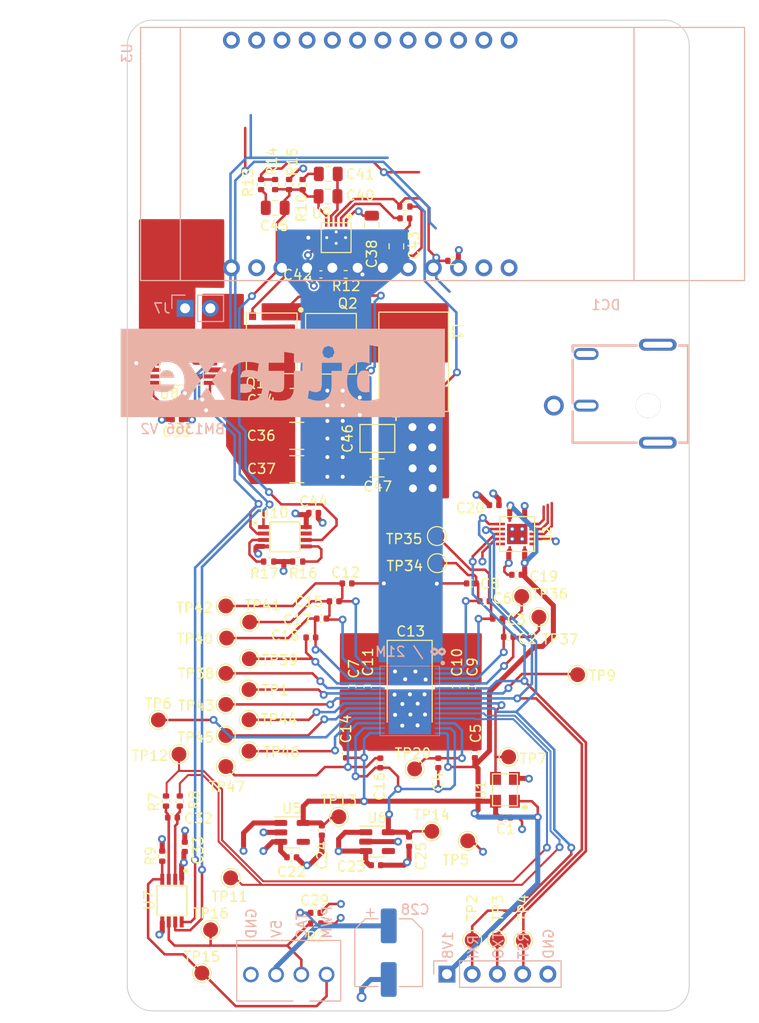
<source format=kicad_pcb>
(kicad_pcb (version 20221018) (generator pcbnew)
  (layers (0 "F.Cu" signal) (1 "In1.Cu" signal) (2 "In2.Cu" signal) (31 "B.Cu" signal) (34 "B.Paste" user) (35 "F.Paste" user) (36 "B.SilkS" user "B.Silkscreen") (37 "F.SilkS" user "F.Silkscreen") (38 "B.Mask" user) (39 "F.Mask" user) (44 "Edge.Cuts" user))
  (net 0 "")
  (net 1 "GND")
  (net 2 "/VIN")
  (net 3 "/BM1366/1V8")
  (net 4 "/BM1366/VDD4_0")
  (net 5 "/VDD")
  (net 6 "/5V")
  (net 7 "/3V3")
  (net 8 "/TX")
  (net 9 "/RX")
  (net 10 "/BM1366/VDD3_0")
  (net 11 "/BM1366/VDD2_0")
  (net 12 "/RST")
  (net 13 "/BM1366/MODE_OUT")
  (net 14 "/TEMP_N")
  (net 15 "/TEMP_P")
  (net 16 "/Fan/FAN_TACH")
  (net 17 "/SCL")
  (net 18 "/Fan/FAN_PWM")
  (net 19 "/Power/OUT0")
  (net 20 "/Power/SW")
  (net 21 "/BM1366/0V8")
  (net 22 "/BM1366/VDD1_0")
  (net 23 "/BM1366/VDD1_1")
  (net 24 "/BM1366/VDD2_1")
  (net 25 "/BM1366/MODE_0")
  (net 26 "/BM1366/VDD3_1")
  (net 27 "/BM1366/VDD4_1")
  (net 28 "Net-(U7-DP)")
  (net 29 "Net-(U7-DN)")
  (net 30 "Net-(U9-SS)")
  (net 31 "Net-(U9-COMP)")
  (net 32 "Net-(U9-BOOT)")
  (net 33 "Net-(C41-Pad2)")
  (net 34 "Net-(U9-BP)")
  (net 35 "/BM1366/CI")
  (net 36 "Net-(C45-Pad1)")
  (net 37 "/BM1366/RO")
  (net 38 "/BM1366/RST_N")
  (net 40 "Net-(Q1-G)")
  (net 41 "Net-(Q2-G)")
  (net 42 "/BM1366/RI")
  (net 43 "Net-(U10-FS0)")
  (net 44 "Net-(U10-FS1)")
  (net 45 "/BM1366/CLKI")
  (net 46 "/BM1366/NRSTO")
  (net 47 "/BM1366/BO")
  (net 48 "/BM1366/CLKO")
  (net 49 "/BM1366/CO")
  (net 50 "/BM1366/MODE_1")
  (net 51 "/Power/PGOOD")
  (net 55 "/Power/OUT1")
  (net 58 "/SDA")
  (net 59 "/BM1366/BI")
  (net 60 "/BM1366/NC")
  (footprint "Capacitor_SMD:C_0805_2012Metric" (layer "F.Cu") (at 104.2656 70.2978 90)
    (fp_text reference "C43")
    (fp_text value "10uF")
  )
  (footprint "Capacitor_SMD:C_0402_1005Metric" (layer "F.Cu") (at 116.356 103.365 180)
    (fp_text reference "C19")
    (fp_text value "0.1uF")
  )
  (footprint "Package_SO:TSSOP-16_4.4x5mm_P0.65mm" (layer "F.Cu") (at 82.64 81.77)
    (fp_text reference "U8")
    (fp_text value "INA260")
  )
  (footprint "Capacitor_SMD:C_0402_1005Metric" (layer "F.Cu") (at 99.82 114.63 -90)
    (fp_text reference "C7")
    (fp_text value "0.1uF")
  )
  (footprint "Resistor_SMD:R_0402_1005Metric" (layer "F.Cu") (at 81.075 126.154 90)
    (fp_text reference "R7")
    (fp_text value "100")
  )
  (footprint "Resistor_SMD:R_0402_1005Metric" (layer "F.Cu") (at 90.6496 64.079 -90)
    (fp_text reference "R13")
    (fp_text value "1.33k")
  )
  (footprint "Capacitor_SMD:C_0402_1005Metric" (layer "F.Cu") (at 115.25 127.81 180)
    (fp_text reference "C1")
    (fp_text value "0.1uF")
  )
  (footprint "Capacitor_SMD:C_0805_2012Metric" (layer "F.Cu") (at 97.4054 63.0058 180)
    (fp_text reference "C41")
    (fp_text value "1.5nF")
  )
  (footprint "Capacitor_SMD:C_0402_1005Metric" (layer "F.Cu") (at 114.44 107.79 180)
    (fp_text reference "C3")
    (fp_text value "1uF")
  )
  (footprint "MountingHole:MountingHole_3.5mm" (layer "F.Cu") (at 84.71 94.91)
    (fp_text reference "H6" hide)
    (fp_text value "MountingHole")
  )
  (footprint "Capacitor_SMD:C_0805_2012Metric" (layer "F.Cu") (at 101.783 68.1616 -90)
    (fp_text reference "C38")
    (fp_text value "1uF")
  )
  (footprint "TestPoint:TestPoint_Pad_D1.5mm" (layer "F.Cu") (at 108.34 99.47)
    (fp_text reference "TP35")
    (fp_text value "TestPoint")
  )
  (footprint "TestPoint:TestPoint_Pad_D1.5mm" (layer "F.Cu") (at 111.44 130.16)
    (fp_text reference "TP5")
    (fp_text value "TestPoint")
  )
  (footprint "Capacitor_SMD:C_0402_1005Metric" (layer "F.Cu") (at 105.54 130.24 -90)
    (fp_text reference "C25")
    (fp_text value "1uF")
  )
  (footprint "TestPoint:TestPoint_Pad_D1.5mm" (layer "F.Cu") (at 89.43 121.13)
    (fp_text reference "TP46")
    (fp_text value "TestPoint")
  )
  (footprint "Capacitor_SMD:C_0805_2012Metric" (layer "F.Cu") (at 92.07 66.42)
    (fp_text reference "C45")
    (fp_text value "470pF")
  )
  (footprint "TestPoint:TestPoint_Pad_D1.5mm" (layer "F.Cu") (at 87.1 122.68)
    (fp_text reference "TP47")
    (fp_text value "TestPoint")
  )
  (footprint "TestPoint:TestPoint_Pad_D1.5mm" (layer "F.Cu") (at 85.57 139.11)
    (fp_text reference "TP16")
    (fp_text value "TestPoint")
  )
  (footprint "TestPoint:TestPoint_Pad_D1.5mm" (layer "F.Cu") (at 84.69 143.47)
    (fp_text reference "TP15")
    (fp_text value "TestPoint")
  )
  (footprint "Package_TO_SOT_SMD:SOT-23-5" (layer "F.Cu") (at 93.753 129.308)
    (fp_text reference "U5")
    (fp_text value "MCP1824T-1802E")
  )
  (footprint "Package_TO_SOT_SMD:SOT-23-5" (layer "F.Cu") (at 102.32 130.24)
    (fp_text reference "U6")
    (fp_text value "MCP1824T-0802E")
  )
  (footprint "MountingHole:MountingHole_3.5mm" (layer "F.Cu") (at 126.06 136.36)
    (fp_text reference "H5" hide)
    (fp_text value "MountingHole")
  )
  (footprint "Capacitor_SMD:C_0402_1005Metric" (layer "F.Cu") (at 108.485 122.318 -90)
    (fp_text reference "C4")
    (fp_text value "1uF")
  )
  (footprint "Package_SO:TSSOP-8_3x3mm_P0.65mm" (layer "F.Cu") (at 81.68 136.18 -90)
    (fp_text reference "U7")
    (fp_text value "EMC2101")
  )
  (footprint "Capacitor_SMD:C_0402_1005Metric" (layer "F.Cu") (at 99.3 104.24 180)
    (fp_text reference "C12")
    (fp_text value "1uF")
  )
  (footprint "TestPoint:TestPoint_Pad_D1.5mm" (layer "F.Cu") (at 87.1 116.422)
    (fp_text reference "TP43")
    (fp_text value "TestPoint")
  )
  (footprint "bitaxe:TXB0104" (layer "F.Cu") (at 116.422 99.265 -90)
    (fp_text reference "U2")
    (fp_text value "TXB0104RGYR")
  )
  (footprint "Resistor_SMD:R_0402_1005Metric" (layer "F.Cu") (at 94.8288 64.0836 -90)
    (fp_text reference "R10")
    (fp_text value "3.83k")
  )
  (footprint "TestPoint:TestPoint_Pad_D1.5mm" (layer "F.Cu") (at 87.1 106.51)
    (fp_text reference "TP42")
    (fp_text value "TestPoint")
  )
  (footprint "TPS40305_supply:FP1005R1-R15-R" (layer "F.Cu") (at 106.0006 81.9214 -90)
    (fp_text reference "L1")
    (fp_text value "150nH")
  )
  (footprint "Resistor_SMD:R_0402_1005Metric" (layer "F.Cu") (at 93.465 64.079 90)
    (fp_text reference "R15")
    (fp_text value "3.32k")
  )
  (footprint "Capacitor_SMD:C_0402_1005Metric" (layer "F.Cu") (at 98.01 106.04 180)
    (fp_text reference "C15")
    (fp_text value "1uF")
  )
  (footprint "MountingHole:MountingHole_2.2mm_M2" (layer "F.Cu") (at 79.987 50.603)
    (fp_text reference "H4" hide)
    (fp_text value "AlignmentHole")
  )
  (footprint "Resistor_SMD:R_0402_1005Metric" (layer "F.Cu") (at 94.33 102.04 180)
    (fp_text reference "R16")
    (fp_text value "80k")
  )
  (footprint "Capacitor_SMD:C_0402_1005Metric" (layer "F.Cu") (at 81.736 127.813 180)
    (fp_text reference "C32")
    (fp_text value "470pF")
  )
  (footprint "Capacitor_SMD:C_0402_1005Metric" (layer "F.Cu") (at 102.646 122.318 -90)
    (fp_text reference "C16")
    (fp_text value "1uF")
  )
  (footprint "MountingHole:MountingHole_2.2mm_M2" (layer "F.Cu") (at 130.98 144.47)
    (fp_text reference "H3" hide)
    (fp_text value "AlignmentHole")
  )
  (footprint "TestPoint:TestPoint_Pad_D1.5mm" (layer "F.Cu") (at 82.39 121.44)
    (fp_text reference "TP12")
    (fp_text value "TestPoint")
  )
  (footprint "TestPoint:TestPoint_Pad_D1.5mm" (layer "F.Cu") (at 106.1 122.92)
    (fp_text reference "TP20")
    (fp_text value "TestPoint")
  )
  (footprint "Capacitor_SMD:C_0402_1005Metric" (layer "F.Cu") (at 95.659 109.681 180)
    (fp_text reference "C18")
    (fp_text value "1uF")
  )
  (footprint "Capacitor_SMD:C_0805_2012Metric" (layer "F.Cu") (at 97.383 65.268 180)
    (fp_text reference "C40")
    (fp_text value "180pF")
  )
  (footprint "Package_SO:TSSOP-8_3x3mm_P0.65mm" (layer "F.Cu") (at 93.04 99.54)
    (fp_text reference "U10")
    (fp_text value "DS4432U+")
  )
  (footprint "TestPoint:TestPoint_Pad_D1.5mm" (layer "F.Cu") (at 116.87 105.55)
    (fp_text reference "TP36")
    (fp_text value "TestPoint")
  )
  (footprint "Capacitor_SMD:C_0402_1005Metric" (layer "F.Cu") (at 105.1154 67.4808)
    (fp_text reference "C39" hide)
    (fp_text value "3.3nF")
  )
  (footprint "Capacitor_SMD:C_0402_1005Metric" (layer "F.Cu") (at 82.17 87.72 180)
    (fp_text reference "C35")
    (fp_text value "1uF")
  )
  (footprint "Capacitor_SMD:C_0402_1005Metric" (layer "F.Cu") (at 110.28 114.65 -90)
    (fp_text reference "C10")
    (fp_text value "1uF")
  )
  (footprint "Capacitor_SMD:C_0402_1005Metric" (layer "F.Cu") (at 101.37 114.62 -90)
    (fp_text reference "C11")
    (fp_text value "1uF")
  )
  (footprint "Resistor_SMD:R_0402_1005Metric" (layer "F.Cu") (at 92.0573 64.079 -90)
    (fp_text reference "R14")
    (fp_text value "4.99k")
  )
  (footprint "Resistor_SMD:R_0402_1005Metric" (layer "F.Cu") (at 105.114 66.292)
    (fp_text reference "R11" hide)
    (fp_text value "100k")
  )
  (footprint "TestPoint:TestPoint_Pad_D1.5mm" (layer "F.Cu") (at 80.31 117.99)
    (fp_text reference "TP6")
    (fp_text value "TestPoint")
  )
  (footprint "Capacitor_SMD:C_0402_1005Metric" (layer "F.Cu") (at 99.19 121.32 90)
    (fp_text reference "C14")
    (fp_text value "1uF")
  )
  (footprint "MountingHole:MountingHole_2.2mm_M2" (layer "F.Cu") (at 130.683 50.604)
    (fp_text reference "H2" hide)
    (fp_text value "AlignmentHole")
  )
  (footprint "Capacitor_Tantalum_SMD:CP_EIA-7343-31_Kemet-D_Pad2.25x2.55mm_HandSolder" (layer "F.Cu") (at 105.6 114.56 -90)
    (fp_text reference "C13")
    (fp_text value "330uF")
  )
  (footprint "MountingHole:MountingHole_2.2mm_M2" (layer "F.Cu") (at 80.02 144.38)
    (fp_text reference "H1" hide)
    (fp_text value "AlignmentHole")
  )
  (footprint "TestPoint:TestPoint_Pad_D1.5mm" (layer "F.Cu") (at 87.58 133.89)
    (fp_text reference "TP11")
    (fp_text value "TestPoint")
  )
  (footprint "TPS40305_supply:CSD17311Q5" (layer "F.Cu") (at 97.6816 80.1102 -90)
    (fp_text reference "Q2")
    (fp_text value "CSD17311Q5")
  )
  (footprint "TestPoint:TestPoint_Pad_D1.5mm" (layer "F.Cu") (at 89.43 114.93)
    (fp_text reference "TP1")
    (fp_text value "TestPoint")
  )
  (footprint "Capacitor_SMD:C_0402_1005Metric" (layer "F.Cu") (at 82.97 130.76 90)
    (fp_text reference "C33")
    (fp_text value "0.1uF")
  )
  (footprint "Resistor_SMD:R_0402_1005Metric" (layer "F.Cu") (at 96.15 138.48)
    (fp_text reference "R2")
    (fp_text value "5.6k")
  )
  (footprint "TestPoint:TestPoint_Pad_D1.5mm" (layer "F.Cu") (at 114.41 140.15)
    (fp_text reference "TP3")
    (fp_text value "TestPoint")
  )
  (footprint "TestPoint:TestPoint_Pad_D1.5mm" (layer "F.Cu") (at 89.5 108.13)
    (fp_text reference "TP41")
    (fp_text value "TestPoint")
  )
  (footprint "TestPoint:TestPoint_Pad_D1.5mm" (layer "F.Cu") (at 87.1 113.293)
    (fp_text reference "TP38")
    (fp_text value "TestPoint")
  )
  (footprint "TestPoint:TestPoint_Pad_D1.5mm" (layer "F.Cu") (at 89.43 117.97)
    (fp_text reference "TP44")
    (fp_text value "TestPoint")
  )
  (footprint "Capacitor_SMD:C_0402_1005Metric" (layer "F.Cu") (at 95.93 97.14)
    (fp_text reference "C44")
    (fp_text value "1uF")
  )
  (footprint "TPS40305_supply:TPS40305" (layer "F.Cu") (at 98.201691 69.4222 -90)
    (fp_text reference "U9")
    (fp_text value "TPS40305")
  )
  (footprint "TestPoint:TestPoint_Pad_D1.5mm" (layer "F.Cu") (at 108.37 102.2)
    (fp_text reference "TP34")
    (fp_text value "TestPoint")
  )
  (footprint "Capacitor_SMD:C_0402_1005Metric" (layer "F.Cu") (at 93.733 131.818)
    (fp_text reference "C22")
    (fp_text value "0.1uF")
  )
  (footprint "TestPoint:TestPoint_Pad_D1.5mm" (layer "F.Cu") (at 89.46 111.83)
    (fp_text reference "TP39")
    (fp_text value "TestPoint")
  )
  (footprint "Capacitor_SMD:C_0402_1005Metric" (layer "F.Cu") (at 113.14 106.03 180)
    (fp_text reference "C6")
    (fp_text value "1uF")
  )
  (footprint "TPS40305_supply:CAP_2R5TPE220MAFB" (layer "F.Cu") (at 102.3516 89.6402 180)
    (fp_text reference "C46")
    (fp_text value "220uF")
  )
  (footprint "TPS40305_supply:CSD17311Q5" (layer "F.Cu") (at 91.719887 80.066364 90)
    (fp_text reference "Q1")
    (fp_text value "CSD17311Q5")
  )
  (footprint "Resistor_SMD:R_0402_1005Metric" (layer "F.Cu") (at 91.42 102.04)
    (fp_text reference "R17")
    (fp_text value "DNP")
  )
  (footprint "Capacitor_SMD:C_0402_1005Metric" (layer "F.Cu") (at 96.6698 73.128)
    (fp_text reference "C42")
    (fp_text value "0.1uF")
  )
  (footprint "TestPoint:TestPoint_Pad_D1.5mm" (layer "F.Cu") (at 115.56 121.71)
    (fp_text reference "TP7")
    (fp_text value "TestPoint")
  )
  (footprint "Capacitor_SMD:C_1210_3225Metric" (layer "F.Cu") (at 94.2816 85.9702)
    (fp_text reference "C34")
    (fp_text value "47uF")
  )
  (footprint "TestPoint:TestPoint_Pad_D1.5mm" (layer "F.Cu") (at 87.18 109.74)
    (fp_text reference "TP40")
    (fp_text value "TestPoint")
  )
  (footprint "TestPoint:TestPoint_Pad_D1.5mm" (layer "F.Cu") (at 117.04 140.19 90)
    (fp_text reference "TP4")
    (fp_text value "TestPoint")
  )
  (footprint "bitaxe:O 25,0-JO32-B-1V3-1-T1-LF" (layer "F.Cu") (at 115.19 125.02 90)
    (fp_text reference "U1")
    (fp_text value "25MHz")
  )
  (footprint "TestPoint:TestPoint_Pad_D1.5mm" (layer "F.Cu") (at 98.473 127.736)
    (fp_text reference "TP13")
    (fp_text value "TestPoint")
  )
  (footprint "Resistor_SMD:R_0402_1005Metric" (layer "F.Cu") (at 99.1602 73.1234)
    (fp_text reference "R12")
    (fp_text value "4.12k")
  )
  (footprint "Resistor_SMD:R_0402_1005Metric" (layer "F.Cu") (at 109.955 71.76 180)
    (fp_text reference "R4" hide)
    (fp_text value "10k")
  )
  (footprint "Capacitor_SMD:C_0402_1005Metric" (layer "F.Cu") (at 115.54 109.624 180)
    (fp_text reference "C2")
    (fp_text value "1uF")
  )
  (footprint "Capacitor_SMD:C_0402_1005Metric" (layer "F.Cu") (at 102.21 132.61)
    (fp_text reference "C23")
    (fp_text value "0.1uF")
  )
  (footprint "Capacitor_SMD:C_0402_1005Metric" (layer "F.Cu") (at 112.16 121.32 90)
    (fp_text reference "C5")
    (fp_text value "1uF")
  )
  (footprint "TestPoint:TestPoint_Pad_D1.5mm" (layer "F.Cu") (at 122.5 113.43)
    (fp_text reference "TP9")
    (fp_text value "TestPoint")
  )
  (footprint "Resistor_SMD:R_0402_1005Metric" (layer "F.Cu") (at 80.7 131.7 90)
    (fp_text reference "R9")
    (fp_text value "10k")
  )
  (footprint "Capacitor_SMD:C_0402_1005Metric" (layer "F.Cu") (at 96.73 107.78 180)
    (fp_text reference "C17")
    (fp_text value "1uF")
  )
  (footprint "Capacitor_SMD:C_0402_1005Metric" (layer "F.Cu") (at 111.81 104.24 180)
    (fp_text reference "C8")
    (fp_text value "1uF")
  )
  (footprint "Capacitor_SMD:C_0402_1005Metric" (layer "F.Cu") (at 96.12 137.41)
    (fp_text reference "C29")
    (fp_text value "0.1uF")
  )
  (footprint "TestPoint:TestPoint_Pad_D1.5mm" (layer "F.Cu") (at 118.61 107.63)
    (fp_text reference "TP37")
    (fp_text value "TestPoint")
  )
  (footprint "TestPoint:TestPoint_Pad_D1.5mm" (layer "F.Cu") (at 107.83 129.2)
    (fp_text reference "TP14")
    (fp_text value "TestPoint")
  )
  (footprint "TestPoint:TestPoint_Pad_D1.5mm" (layer "F.Cu") (at 87.1 119.551)
    (fp_text reference "TP45")
    (fp_text value "TestPoint")
  )
  (footprint "TestPoint:TestPoint_Pad_D1.5mm" (layer "F.Cu") (at 111.89 140.15)
    (fp_text reference "TP2")
    (fp_text value "TestPoint")
  )
  (footprint "Capacitor_SMD:C_0402_1005Metric" (layer "F.Cu") (at 114.102 96.355 180)
    (fp_text reference "C20")
    (fp_text value "0.1uF")
  )
  (footprint "Capacitor_SMD:C_1206_3216Metric" (layer "F.Cu") (at 102.3116 92.6102 180)
    (fp_text reference "C47")
    (fp_text value "100uF")
  )
  (footprint "Capacitor_SMD:C_0402_1005Metric" (layer "F.Cu") (at 96.763 129.118 -90)
    (fp_text reference "C24")
    (fp_text value "1uF")
  )
  (footprint "Capacitor_SMD:C_1210_3225Metric" (layer "F.Cu") (at 94.2416 89.3802)
    (fp_text reference "C36")
    (fp_text value "47uF")
  )
  (footprint "Capacitor_SMD:C_0402_1005Metric" (layer "F.Cu") (at 111.87 114.71 -90)
    (fp_text reference "C9")
    (fp_text value "0.1uF")
  )
  (footprint "Capacitor_SMD:C_1210_3225Metric" (layer "F.Cu") (at 94.2416 92.7402)
    (fp_text reference "C37")
    (fp_text value "47uF")
  )
  (footprint "Resistor_SMD:R_0402_1005Metric" (layer "F.Cu") (at 82.47 126.154 -90)
    (fp_text reference "R8")
    (fp_text value "100")
  )
  (footprint "bitaxe:470531000" (layer "B.Cu") (at 89.621 143.622)
    (fp_text reference "J4" hide)
    (fp_text value "Conn_01x04")
  )
  (footprint "Connector_PinHeader_2.54mm:PinHeader_1x02_P2.54mm_Vertical" (layer "B.Cu") (at 83 76.54 -90)
    (fp_text reference "J7")
    (fp_text value "Conn_01x02")
  )
  (footprint "Connector_PinHeader_2.54mm:PinHeader_1x05_P2.54mm_Vertical" (layer "B.Cu") (at 109.35 143.58 -90)
    (fp_text reference "J3" hide)
    (fp_text value "Conn_01x05")
  )
  (footprint "bitaxe:T-Display-S3" (layer "B.Cu") (at 108.911 61.001 -90)
    (fp_text reference "U3")
    (fp_text value "T-Display-S3")
  )
  (footprint "lcsc:DC-IN-TH_DC-044K-D025" (layer "B.Cu") (at 125.339 85.136 180)
    (fp_text reference "DC1")
    (fp_text value "DC-044K-D025")
  )
  (footprint "bitaxe:BM1366" (layer "B.Cu") (at 105.612 116.068 180)
    (fp_text reference "U14" hide)
    (fp_text value "BM1366_mode0")
  )
  (footprint "Capacitor_SMD:CP_Elec_6.3x7.7" (layer "B.Cu") (at 103.49 141.42 -90)
    (fp_text reference "C28")
    (fp_text value "220uF")
  )
  (footprint "kibuzzard-63D74789" (layer "B.Cu") (at 92.831 83.045 180)
    (fp_text reference "kibuzzard-63D74789" hide)
    (fp_text value "G***" hide)
  )
  (gr_line (start 79.729 47.522) (end 131.192 47.522) (stroke (width 0.1)) (layer "Edge.Cuts"))
  (gr_arc (start 133.732 144.744) (mid 132.988051 146.540051) (end 131.192 147.284) (stroke (width 0.1)) (layer "Edge.Cuts"))
  (gr_arc (start 131.192 47.522) (mid 132.988051 48.265949) (end 133.732 50.062) (stroke (width 0.1)) (layer "Edge.Cuts"))
  (gr_arc (start 77.189 50.062) (mid 77.932949 48.265949) (end 79.729 47.522) (stroke (width 0.1)) (layer "Edge.Cuts"))
  (gr_line (start 131.192 147.284) (end 79.729 147.284) (stroke (width 0.1)) (layer "Edge.Cuts"))
  (gr_line (start 133.732 50.062) (end 133.732 144.744) (stroke (width 0.1)) (layer "Edge.Cuts"))
  (gr_arc (start 79.729 147.284) (mid 77.932949 146.540051) (end 77.189 144.744) (stroke (width 0.1)) (layer "Edge.Cuts"))
  (gr_line (start 77.189 144.744) (end 77.189 50.062) (stroke (width 0.1)) (layer "Edge.Cuts"))
  (gr_text "RST" (at 117.0475 140.699666 90) (layer "B.SilkS") (effects (font (size 1 1)) (justify mirror)))
  (gr_text "5V" (at 92.209 139.018 90) (layer "B.SilkS") (effects (font (size 1 1)) (justify mirror)))
  (gr_text "1V8" (at 109.45 140.675857 90) (layer "B.SilkS") (effects (font (size 1 1)) (justify mirror)))
  (gr_text "/ 21M" (at 104.55 111.11) (layer "B.SilkS") (effects (font (size 1 1)) (justify mirror)))
  (gr_text "BM1366 V2" (at 82.755 88.692) (layer "B.SilkS") (effects (font (size 1 1)) (justify mirror)))
  (gr_text "∞" (at 108.47 110.96) (layer "B.SilkS") (effects (font (size 2 2) (thickness 0.25)) (justify mirror)))
  (gr_text "RXI" (at 111.9825 140.842524 90) (layer "B.SilkS") (effects (font (size 1 1)) (justify mirror)))
  (gr_text "PWM" (at 97.265 138.363 90) (layer "B.SilkS") (effects (font (size 1 1)) (justify mirror)))
  (gr_text "GND" (at 119.58 140.533 90) (layer "B.SilkS") (effects (font (size 1 1)) (justify mirror)))
  (gr_text "TXO" (at 114.515 140.675857 90) (layer "B.SilkS") (effects (font (size 1 1)) (justify mirror)))
  (gr_text "TAC" (at 94.7325 138.696333 90) (layer "B.SilkS") (effects (font (size 1 1)) (justify mirror)))
  (gr_text "GND" (at 89.6675 138.482048 90) (layer "B.SilkS") (effects (font (size 1 1)) (justify mirror)))
  (segment (start 90.897 129.309) (end 90.898 129.308) (width 0.508) (layer "F.Cu") (net 1))
  (segment (start 96.763 129.768) (end 96.763 131.278) (width 0.508) (layer "F.Cu") (net 1))
  (segment (start 116.91 128.21) (end 116.91 128.99) (width 0.254) (layer "F.Cu") (net 1))
  (segment (start 118.107 99.765) (end 120.075 99.765) (width 0.254) (layer "F.Cu") (net 1))
  (segment (start 90.89 100.515) (end 90.215 100.515) (width 0.508) (layer "F.Cu") (net 1))
  (segment (start 112.9225 101.108938) (end 114.266438 99.765) (width 0.254) (layer "F.Cu") (net 1))
  (segment (start 117.602 123.903) (end 117.569 123.87) (width 0.508) (layer "F.Cu") (net 1))
  (segment (start 111.88 130.16) (end 112.98 131.26) (width 0.254) (layer "F.Cu") (net 1))
  (segment (start 115.13 103.06) (end 115.13 102.6317) (width 0.254) (layer "F.Cu") (net 1))
  (segment (start 80.705 138.33) (end 80.705 139.305) (width 0.508) (layer "F.Cu") (net 1))
  (segment (start 90.13 101.01989) (end 90.360055 101.249945) (width 0.508) (layer "F.Cu") (net 1))
  (segment (start 115.5737 102.188) (end 115.5737 101.0483) (width 0.508) (layer "F.Cu") (net 1))
  (segment (start 102.86 132.61) (end 105.04 132.61) (width 0.508) (layer "F.Cu") (net 1))
  (segment (start 115.13 102.6317) (end 115.5737 102.188) (width 0.254) (layer "F.Cu") (net 1))
  (segment (start 97.494 136.516) (end 96.6 137.41) (width 0.254) (layer "F.Cu") (net 1))
  (segment (start 100.8426 73.1234) (end 100.8506 73.1314) (width 0.254) (layer "F.Cu") (net 1))
  (segment (start 90.13 100.6) (end 90.13 101.01989) (width 0.508) (layer "F.Cu") (net 1))
  (segment (start 120.075 99.765) (end 120.31 100) (width 0.254) (layer "F.Cu") (net 1))
  (segment (start 96.4 97.7) (end 96.84 98.14) (width 0.508) (layer "F.Cu") (net 1))
  (segment (start 82.97 129.15) (end 83.001194 129.118806) (width 0.508) (layer "F.Cu") (net 1))
  (segment (start 96.4 97.31) (end 96.4 97.7) (width 0.508) (layer "F.Cu") (net 1))
  (segment (start 78.125 82.095) (end 78.09 82.06) (width 0.508) (layer "F.Cu") (net 1))
  (segment (start 95.461 132.62) (end 95.015 132.62) (width 0.508) (layer "F.Cu") (net 1))
  (segment (start 94.89 62.47) (end 94.564 62.47) (width 0.254) (layer "F.Cu") (net 1))
  (segment (start 105.5954 67.4808) (end 105.6088 67.4942) (width 0.254) (layer "F.Cu") (net 1))
  (segment (start 115.9 127.81) (end 116.51 127.81) (width 0.254) (layer "F.Cu") (net 1))
  (segment (start 105.6088 67.4942) (end 105.6088 68.1936) (width 0.254) (layer "F.Cu") (net 1))
  (segment (start 80.66 87.76) (end 80.7 87.72) (width 0.508) (layer "F.Cu") (net 1))
  (segment (start 105.54 132.11) (end 105.54 130.89) (width 0.508) (layer "F.Cu") (net 1))
  (segment (start 117.569 123.87) (end 116.14 123.87) (width 0.508) (layer "F.Cu") (net 1))
  (segment (start 80.705 139.305) (end 80.41 139.6) (width 0.508) (layer "F.Cu") (net 1))
  (segment (start 96.783 131.298) (end 95.461 132.62) (width 0.508) (layer "F.Cu") (net 1))
  (segment (start 92.94 102.96) (end 92.91 102.99) (width 0.508) (layer "F.Cu") (net 1))
  (segment (start 112.9225 102.037) (end 112.9225 101.108938) (width 0.254) (layer "F.Cu") (net 1))
  (segment (start 101.1825 130.24) (end 104.43 130.24) (width 0.508) (layer "F.Cu") (net 1))
  (segment (start 105.04 132.61) (end 105.54 132.11) (width 0.508) (layer "F.Cu") (net 1))
  (segment (start 82.97 130.28) (end 82.97 129.15) (width 0.508) (layer "F.Cu") (net 1))
  (segment (start 115.876 103.365) (end 115.435 103.365) (width 0.254) (layer "F.Cu") (net 1))
  (segment (start 80.7 87.72) (end 81.69 87.72) (width 0.508) (layer "F.Cu") (net 1))
  (segment (start 86.945 82.745) (end 86.97 82.77) (width 0.508) (layer "F.Cu") (net 1))
  (segment (start 92.94 102.04) (end 92.94 102.96) (width 0.508) (layer "F.Cu") (net 1))
  (segment (start 115.435 103.365) (end 115.13 103.06) (width 0.254) (layer "F.Cu") (net 1))
  (segment (start 91.93 102.04) (end 92.94 102.04) (width 0.508) (layer "F.Cu") (net 1))
  (segment (start 112.592 95.325) (end 113.622 96.355) (width 0.508) (layer "F.Cu") (net 1))
  (segment (start 115.5737 101.0483) (end 115.672 100.95) (width 0.508) (layer "F.Cu") (net 1))
  (segment (start 90.898 129.308) (end 92.6155 129.308) (width 0.508) (layer "F.Cu") (net 1))
  (segment (start 95.015 132.62) (end 94.213 131.818) (width 0.508) (layer "F.Cu") (net 1))
  (segment (start 111.44 130.16) (end 111.88 130.16) (width 0.254) (layer "F.Cu") (net 1))
  (segment (start 90.215 100.515) (end 90.13 100.6) (width 0.508) (layer "F.Cu") (net 1))
  (segment (start 94.564 62.47) (end 93.465 63.569) (width 0.254) (layer "F.Cu") (net 1))
  (segment (start 112.318 95.325) (end 112.592 95.325) (width 0.508) (layer "F.Cu") (net 1))
  (segment (start 79.7775 82.095) (end 78.125 82.095) (width 0.508) (layer "F.Cu") (net 1))
  (segment (start 116.51 127.81) (end 116.91 128.21) (width 0.254) (layer "F.Cu") (net 1))
  (segment (start 92.94 102.04) (end 93.82 102.04) (width 0.508) (layer "F.Cu") (net 1))
  (segment (start 99.6702 73.1234) (end 100.8426 73.1234) (width 0.254) (layer "F.Cu") (net 1))
  (segment (start 79.7775 81.445) (end 79.7775 82.095) (width 0.4) (layer "F.Cu") (net 1))
  (segment (start 96.763 131.278) (end 96.783 131.298) (width 0.508) (layer "F.Cu") (net 1))
  (segment (start 114.266438 99.765) (end 114.737 99.765) (width 0.254) (layer "F.Cu") (net 1))
  (segment (start 98.682 136.516) (end 97.494 136.516) (width 0.254) (layer "F.Cu") (net 1))
  (segment (start 79.7775 82.745) (end 79.7775 82.095) (width 0.4) (layer "F.Cu") (net 1))
  (segment (start 85.5025 82.745) (end 86.945 82.745) (width 0.508) (layer "F.Cu") (net 1))
  (segment (start 105.6088 68.1936) (end 104.4546 69.3478) (width 0.254) (layer "F.Cu") (net 1))
  (segment (start 104.4546 69.3478) (end 104.2656 69.3478) (width 0.254) (layer "F.Cu") (net 1))
  (via (at 80.41 139.6) (size 0.8) (drill 0.4) (layers "F.Cu" "B.Cu") (net 1))
  (via (at 78.09 82.06) (size 0.8) (drill 0.4) (layers "F.Cu" "B.Cu") (net 1))
  (via (at 100.8506 73.1314) (size 0.8) (drill 0.4) (layers "F.Cu" "B.Cu") (net 1))
  (via (at 116.91 128.99) (size 0.8) (drill 0.4) (layers "F.Cu" "B.Cu") (net 1))
  (via (at 97.32 93.5) (size 0.8) (drill 0.4) (layers "F.Cu" "B.Cu") (net 1))
  (via (at 112.98 131.26) (size 0.8) (drill 0.4) (layers "F.Cu" "B.Cu") (net 1))
  (via (at 97.32 87.8786) (size 0.8) (drill 0.4) (layers "F.Cu" "B.Cu") (net 1))
  (via (at 100.58 87.27) (size 0.8) (drill 0.4) (layers "F.Cu" "B.Cu") (net 1))
  (via (at 106.396 118.533) (size 0.8) (drill 0.4) (layers "F.Cu" "B.Cu") (net 1))
  (via (at 97.32 84.83) (size 0.8) (drill 0.4) (layers "F.Cu" "B.Cu") (net 1))
  (via (at 98.86 84.83) (size 0.8) (drill 0.4) (layers "F.Cu" "B.Cu") (net 1))
  (via (at 104.082 115.436) (size 0.8) (drill 0.4) (layers "F.Cu" "B.Cu") (net 1))
  (via (at 98.682 136.516) (size 0.8) (drill 0.4) (layers "F.Cu" "B.Cu") (net 1))
  (via (at 98.86 93.5) (size 0.8) (drill 0.4) (layers "F.Cu" "B.Cu") (net 1))
  (via (at 106.408 116.351) (size 0.8) (drill 0.4) (layers "F.Cu" "B.Cu") (net 1))
  (via (at 95.4006 69.4314) (size 0.8) (drill 0.4) (layers "F.Cu" "B.Cu") (net 1))
  (via (at 100.765 145.89) (size 1) (drill 0.6) (layers "F.Cu" "B.Cu") (net 1))
  (via (at 94.89 62.47) (size 0.8) (drill 0.4) (layers "F.Cu" "B.Cu") (net 1))
  (via (at 97.32 86.31) (size 0.8) (drill 0.4) (layers "F.Cu" "B.Cu") (net 1))
  (via (at 105.673 117.442) (size 0.8) (drill 0.4) (layers "F.Cu" "B.Cu") (net 1))
  (via (at 80.66 87.76) (size 0.8) (drill 0.4) (layers "F.Cu" "B.Cu") (net 1))
  (via (at 97.32 89.65) (size 0.8) (drill 0.4) (layers "F.Cu" "B.Cu") (net 1))
  (via (at 90.360055 101.249945) (size 0.8) (drill 0.4) (layers "F.Cu" "B.Cu") (net 1))
  (via (at 98.86 91.52) (size 0.8) (drill 0.4) (layers "F.Cu" "B.Cu") (net 1))
  (via (at 117.602 123.903) (size 0.8) (drill 0.4) (layers "F.Cu" "B.Cu") (net 1))
  (via (at 104.855 118.563) (size 0.8) (drill 0.4) (layers "F.Cu" "B.Cu") (net 1))
  (via (at 104.132 117.472) (size 0.8) (drill 0.4) (layers "F.Cu" "B.Cu") (net 1))
  (via (at 98.86 86.31) (size 0.8) (drill 0.4) (layers "F.Cu" "B.Cu") (net 1))
  (via (at 97.32 91.52) (size 0.8) (drill 0.4) (layers "F.Cu" "B.Cu") (net 1))
  (via (at 112.9225 102.037) (size 0.8) (drill 0.4) (layers "F.Cu" "B.Cu") (net 1))
  (via (at 107.144 117.442) (size 0.8) (drill 0.4) (layers "F.Cu" "B.Cu") (net 1))
  (via (at 90.897 129.309) (size 0.8) (drill 0.4) (layers "F.Cu" "B.Cu") (net 1))
  (via (at 112.318 95.325) (size 0.8) (drill 0.4) (layers "F.Cu" "B.Cu") (net 1))
  (via (at 105.623 115.406) (size 0.8) (drill 0.4) (layers "F.Cu" "B.Cu") (net 1))
  (via (at 98.86 89.65) (size 0.8) (drill 0.4) (layers "F.Cu" "B.Cu") (net 1))
  (via (at 104.867 116.381) (size 0.8) (drill 0.4) (layers "F.Cu" "B.Cu") (net 1))
  (via (at 86.97 82.77) (size 0.8) (drill 0.4) (layers "F.Cu" "B.Cu") (net 1))
  (via (at 105.33 132.32) (size 0.8) (drill 0.4) (layers "F.Cu" "B.Cu") (net 1))
  (via (at 104.43 130.24) (size 0.8) (drill 0.4) (layers "F.Cu" "B.Cu") (net 1))
  (via (at 98.86 87.8786) (size 0.8) (drill 0.4) (layers "F.Cu" "B.Cu") (net 1))
  (via (at 115.5737 102.188) (size 0.8) (drill 0.4) (layers "F.Cu" "B.Cu") (net 1))
  (via (at 120.31 100) (size 0.8) (drill 0.4) (layers "F.Cu" "B.Cu") (net 1))
  (via (at 83.001194 129.118806) (size 0.8) (drill 0.4) (layers "F.Cu" "B.Cu") (net 1))
  (via (at 96.84 98.14) (size 0.8) (drill 0.4) (layers "F.Cu" "B.Cu") (net 1))
  (via (at 92.91 102.99) (size 0.8) (drill 0.4) (layers "F.Cu" "B.Cu") (net 1))
  (via (at 95.26 132.63) (size 0.8) (drill 0.4) (layers "F.Cu" "B.Cu") (net 1))
  (via (at 107.094 115.406) (size 0.8) (drill 0.4) (layers "F.Cu" "B.Cu") (net 1))
  (via (at 100.58 85.5214) (size 0.8) (drill 0.4) (layers "F.Cu" "B.Cu") (net 1))
  (segment (start 100.765 145.045) (end 100.765 145.89) (width 0.508) (layer "B.Cu") (net 1))
  (segment (start 101.69 144.12) (end 100.765 145.045) (width 0.508) (layer "B.Cu") (net 1))
  (segment (start 103.49 144.12) (end 101.69 144.12) (width 0.508) (layer "B.Cu") (net 1))
  (segment (start 83.935 82.095) (end 82.635 80.795) (width 0.254) (layer "F.Cu") (net 2))
  (segment (start 82.635 80.795) (end 79.7775 80.795) (width 0.254) (layer "F.Cu") (net 2))
  (segment (start 85.5025 82.095) (end 83.935 82.095) (width 0.254) (layer "F.Cu") (net 2))
  (segment (start 94.8905 128.358) (end 96.653 128.358) (width 0.508) (layer "F.Cu") (net 3))
  (segment (start 117.172 102.173) (end 117.172 100.95) (width 0.508) (layer "F.Cu") (net 3))
  (segment (start 120.06 109.49) (end 120.06 106.46) (width 0.508) (layer "F.Cu") (net 3))
  (segment (start 117.183 103.583) (end 117.183 103.222) (width 0.508) (layer "F.Cu") (net 3))
  (segment (start 112.48 126.17) (end 112.48 122.88) (width 0.508) (layer "F.Cu") (net 3))
  (segment (start 117.89 126.17) (end 116.14 126.17) (width 0.254) (layer "F.Cu") (net 3))
  (segment (start 117.183 103.222) (end 117.172 103.211) (width 0.508) (layer "F.Cu") (net 3))
  (segment (start 118.49 126.77) (end 117.89 126.17) (width 0.254) (layer "F.Cu") (net 3))
  (segment (start 111.997 122.723) (end 112.16 122.56) (width 0.254) (layer "F.Cu") (net 3))
  (segment (start 112.48 126.17) (end 101.015 126.17) (width 0.508) (layer "F.Cu") (net 3))
  (segment (start 115.737362 96.829638) (end 115.672 96.895) (width 0.508) (layer "F.Cu") (net 3))
  (segment (start 118.96 110.59) (end 120.06 109.49) (width 0.508) (layer "F.Cu") (net 3))
  (segment (start 96.653 128.358) (end 96.763 128.468) (width 0.508) (layer "F.Cu") (net 3))
  (segment (start 113.63 121.09) (end 113.63 115.16) (width 0.508) (layer "F.Cu") (net 3))
  (segment (start 112.48 127.04) (end 112.13 127.39) (width 0.508) (layer "F.Cu") (net 3))
  (segment (start 99.19 121.8) (end 100.99 121.8) (width 0.254) (layer "F.Cu") (net 3))
  (segment (start 95.406 126.161) (end 95.415 126.17) (width 0.508) (layer "F.Cu") (net 3))
  (segment (start 118.2 110.59) (end 118.96 110.59) (width 0.508) (layer "F.Cu") (net 3))
  (segment (start 112.16 122.56) (end 113.63 121.09) (width 0.508) (layer "F.Cu") (net 3))
  (segment (start 112.48 126.17) (end 112.48 127.04) (width 0.508) (layer "F.Cu") (net 3))
  (segment (start 120.06 106.46) (end 117.183 103.583) (width 0.508) (layer "F.Cu") (net 3))
  (segment (start 114.6 127.81) (end 114.25 127.46) (width 0.508) (layer "F.Cu") (net 3))
  (segment (start 95.415 126.17) (end 101.015 126.17) (width 0.508) (layer "F.Cu") (net 3))
  (segment (start 94.8905 128.358) (end 94.8905 126.6765) (width 0.508) (layer "F.Cu") (net 3))
  (segment (start 114.25 126.18) (end 114.24 126.17) (width 0.508) (layer "F.Cu") (net 3))
  (segment (start 115.737362 96.385646) (end 115.737362 96.829638) (width 0.508) (layer "F.Cu") (net 3))
  (segment (start 118.49 127.77) (end 118.49 126.77) (width 0.254) (layer "F.Cu") (net 3))
  (segment (start 115.672 96.895) (end 115.672 97.58) (width 0.508) (layer "F.Cu") (net 3))
  (segment (start 113.63 115.16) (end 118.2 110.59) (width 0.508) (layer "F.Cu") (net 3))
  (segment (start 112.48 122.88) (end 112.16 122.56) (width 0.508) (layer "F.Cu") (net 3))
  (segment (start 94.8905 126.6765) (end 95.406 126.161) (width 0.508) (layer "F.Cu") (net 3))
  (segment (start 117.172 103.211) (end 117.172 100.95) (width 0.508) (layer "F.Cu") (net 3))
  (segment (start 114.25 127.46) (end 114.25 126.18) (width 0.508) (layer "F.Cu") (net 3))
  (segment (start 97.67 127.85) (end 97.02 128.5) (width 0.254) (layer "F.Cu") (net 3))
  (segment (start 100.99 121.8) (end 101.015 121.775) (width 0.254) (layer "F.Cu") (net 3))
  (segment (start 109.458 122.723) (end 111.997 122.723) (width 0.254) (layer "F.Cu") (net 3))
  (segment (start 112.16 121.97) (end 112.16 122.56) (width 0.508) (layer "F.Cu") (net 3))
  (segment (start 112.48 126.17) (end 114.24 126.17) (width 0.508) (layer "F.Cu") (net 3))
  (via (at 101.015 126.17) (size 0.8) (drill 0.4) (layers "F.Cu" "B.Cu") (net 3))
  (via (at 115.737362 96.385646) (size 0.8) (drill 0.4) (layers "F.Cu" "B.Cu") (net 3))
  (via (at 118.49 127.77) (size 0.8) (drill 0.4) (layers "F.Cu" "B.Cu") (net 3))
  (via (at 117.172 102.173) (size 0.8) (drill 0.4) (layers "F.Cu" "B.Cu") (net 3))
  (via (at 112.13 127.39) (size 0.8) (drill 0.4) (layers "F.Cu" "B.Cu") (net 3))
  (via (at 109.458 122.723) (size 0.8) (drill 0.4) (layers "F.Cu" "B.Cu") (net 3))
  (via (at 101.015 121.775) (size 0.8) (drill 0.4) (layers "F.Cu" "B.Cu") (net 3))
  (segment (start 118.302 98.950284) (end 118.302 101.043) (width 0.508) (layer "B.Cu") (net 3))
  (segment (start 112.13 127.39) (end 112.51 127.77) (width 0.508) (layer "B.Cu") (net 3))
  (segment (start 109.45 122.715) (end 109.45 119.488) (width 0.254) (layer "B.Cu") (net 3))
  (segment (start 109.45 119.488) (end 109.293 119.331) (width 0.254) (layer "B.Cu") (net 3))
  (segment (start 101.015 121.775) (end 101.015 119.871) (width 0.254) (layer "B.Cu") (net 3))
  (segment (start 101.015 126.17) (end 101.015 121.775) (width 0.254) (layer "B.Cu") (net 3))
  (segment (start 112.51 127.77) (end 118.49 127.77) (width 0.508) (layer "B.Cu") (net 3))
  (segment (start 118.302 101.043) (end 117.172 102.173) (width 0.508) (layer "B.Cu") (net 3))
  (segment (start 118.49 134.44) (end 109.35 143.58) (width 0.508) (layer "B.Cu") (net 3))
  (segment (start 118.49 127.77) (end 118.49 134.44) (width 0.508) (layer "B.Cu") (net 3))
  (segment (start 115.737362 96.385646) (end 118.302 98.950284) (width 0.508) (layer "B.Cu") (net 3))
  (segment (start 101.015 119.871) (end 101.568 119.318) (width 0.254) (layer "B.Cu") (net 3))
  (segment (start 101.568 119.318) (end 102.696 119.318) (width 0.254) (layer "B.Cu") (net 3))
  (segment (start 109.293 119.331) (end 108.528 119.331) (width 0.254) (layer "B.Cu") (net 3))
  (segment (start 109.458 122.723) (end 109.45 122.715) (width 0.254) (layer "B.Cu") (net 3))
  (segment (start 116.02 109.624) (end 116.02 111.630284) (width 0.254) (layer "F.Cu") (net 4))
  (segment (start 116.02 109.624) (end 117.946 109.624) (width 0.254) (layer "F.Cu") (net 4))
  (segment (start 117.946 109.624) (end 118.61 108.96) (width 0.254) (layer "F.Cu") (net 4))
  (segment (start 118.61 108.96) (end 118.61 107.63) (width 0.254) (layer "F.Cu") (net 4))
  (segment (start 116.02 111.630284) (end 115.099642 112.550642) (width 0.254) (layer "F.Cu") (net 4))
  (via (at 115.099642 112.550642) (size 0.8) (drill 0.4) (layers "F.Cu" "B.Cu") (net 4))
  (segment (start 108.528 114.311) (end 113.339284 114.311) (width 0.254) (layer "B.Cu") (net 4))
  (segment (start 113.339284 114.311) (end 115.099642 112.550642) (width 0.254) (layer "B.Cu") (net 4))
  (segment (start 90.6496 63.569) (end 92.0573 63.569) (width 0.254) (layer "F.Cu") (net 5))
  (segment (start 93.3989 61.7906) (end 101.9525 61.7906) (width 0.254) (layer "F.Cu") (net 5))
  (segment (start 91.2605 62.4695) (end 92.72 62.4695) (width 0.254) (layer "F.Cu") (net 5))
  (segment (start 106.442 85.64) (end 106.0006 86.0814) (width 0.254) (layer "F.Cu") (net 5))
  (segment (start 90.6496 63.0804) (end 91.2605 62.4695) (width 0.254) (layer "F.Cu") (net 5))
  (segment (start 108.36 104.24) (end 111.16 104.24) (width 0.254) (layer "F.Cu") (net 5))
  (segment (start 107.707 85.64) (end 106.442 85.64) (width 0.254) (layer "F.Cu") (net 5))
  (segment (start 103 104.24) (end 99.95 104.24) (width 0.254) (layer "F.Cu") (net 5))
  (segment (start 90.6496 63.569) (end 90.6496 63.0804) (width 0.254) (layer "F.Cu") (net 5))
  (segment (start 110.361 82.986) (end 107.707 85.64) (width 0.254) (layer "F.Cu") (net 5))
  (segment (start 106.5431 62.8381) (end 103 62.8381) (width 0.254) (layer "F.Cu") (net 5))
  (segment (start 92.72 62.4695) (end 93.3989 61.7906) (width 0.254) (layer "F.Cu") (net 5))
  (segment (start 108.33 104.27) (end 108.36 104.24) (width 0.254) (layer "F.Cu") (net 5))
  (segment (start 101.9525 61.7906) (end 103 62.8381) (width 0.254) (layer "F.Cu") (net 5))
  (via (at 110.361 82.986) (size 0.8) (drill 0.4) (layers "F.Cu" "B.Cu") (net 5))
  (via (at 103 104.24) (size 0.8) (drill 0.4) (layers "F.Cu" "B.Cu") (net 5))
  (via (at 105.152 113.89) (size 0.8) (drill 0.4) (layers "F.Cu" "B.Cu") (net 5))
  (via (at 107.87 90.54) (size 1.2) (drill 0.8) (layers "F.Cu" "B.Cu") (net 5))
  (via (at 107.91 92.67) (size 1.2) (drill 0.8) (layers "F.Cu" "B.Cu") (net 5))
  (via (at 104.126 113.11) (size 0.8) (drill 0.4) (layers "F.Cu" "B.Cu") (net 5))
  (via (at 108.33 104.27) (size 0.8) (drill 0.4) (layers "F.Cu" "B.Cu") (net 5))
  (via (at 103 62.8381) (size 0.8) (drill 0.4) (layers "F.Cu" "B.Cu") (net 5))
  (via (at 107.204 113.92) (size 0.8) (drill 0.4) (layers "F.Cu" "B.Cu") (net 5))
  (via (at 107.91 94.64) (size 1.2) (drill 0.8) (layers "F.Cu" "B.Cu") (net 5))
  (via (at 106.178 113.11) (size 0.8) (drill 0.4) (layers "F.Cu" "B.Cu") (net 5))
  (via (at 105.88 90.54) (size 1.2) (drill 0.8) (layers "F.Cu" "B.Cu") (net 5))
  (via (at 105.88 88.5) (size 1.2) (drill 0.8) (layers "F.Cu" "B.Cu") (net 5))
  (via (at 107.85 88.52) (size 1.2) (drill 0.8) (layers "F.Cu" "B.Cu") (net 5))
  (via (at 105.93 94.67) (size 1.2) (drill 0.8) (layers "F.Cu" "B.Cu") (net 5))
  (via (at 105.9 92.65) (size 1.2) (drill 0.8) (layers "F.Cu" "B.Cu") (net 5))
  (segment (start 103.1331 62.8381) (end 103 62.8381) (width 0.254) (layer "B.Cu") (net 5))
  (segment (start 110.3 82.925) (end 110.3 76.96) (width 0.254) (layer "B.Cu") (net 5))
  (segment (start 110.3 76.96) (end 107.11 73.77) (width 0.254) (layer "B.Cu") (net 5))
  (segment (start 107.11 73.77) (end 107.11 66.815) (width 0.254) (layer "B.Cu") (net 5))
  (segment (start 110.361 82.986) (end 110.3 82.925) (width 0.254) (layer "B.Cu") (net 5))
  (segment (start 107.11 66.815) (end 103.1331 62.8381) (width 0.254) (layer "B.Cu") (net 5))
  (segment (start 99.11 129.3) (end 98.45 129.96) (width 0.508) (layer "F.Cu") (net 6))
  (segment (start 89.893 128.358) (end 88.883 129.368) (width 0.508) (layer "F.Cu") (net 6))
  (segment (start 101.1825 129.29) (end 100.683811 129.29) (width 0.508) (layer "F.Cu") (net 6))
  (segment (start 100.683811 129.29) (end 100.673811 129.3) (width 0.508) (layer "F.Cu") (net 6))
  (segment (start 93.253 131.818) (end 92.6155 131.1805) (width 0.508) (layer "F.Cu") (net 6))
  (segment (start 98.46 131.19) (end 98.45 131.2) (width 0.508) (layer "F.Cu") (net 6))
  (segment (start 100.0776 66.77) (end 99.201691 67.645909) (width 0.254) (layer "F.Cu") (net 6))
  (segment (start 94.58 137.39) (end 94.6 137.41) (width 0.254) (layer "F.Cu") (net 6))
  (segment (start 88.883 129.368) (end 88.883 131.168) (width 0.508) (layer "F.Cu") (net 6))
  (segment (start 90.881 131.182) (end 91.805 130.258) (width 0.508) (layer "F.Cu") (net 6))
  (segment (start 99.201691 67.645909) (end 99.201691 68.0222) (width 0.254) (layer "F.Cu") (net 6))
  (segment (start 98.45 129.96) (end 98.45 131.2) (width 0.508) (layer "F.Cu") (net 6))
  (segment (start 92.6155 131.1805) (end 92.6155 130.258) (width 0.508) (layer "F.Cu") (net 6))
  (segment (start 100.9116 67.2116) (end 101.783 67.2116) (width 0.254) (layer "F.Cu") (net 6))
  (segment (start 100.673811 129.3) (end 99.11 129.3) (width 0.508) (layer "F.Cu") (net 6))
  (segment (start 101.1825 131.19) (end 98.46 131.19) (width 0.508) (layer "F.Cu") (net 6))
  (segment (start 91.805 130.258) (end 92.6155 130.258) (width 0.508) (layer "F.Cu") (net 6))
  (segment (start 92.6155 128.358) (end 89.893 128.358) (width 0.508) (layer "F.Cu") (net 6))
  (segment (start 101.1825 131.19) (end 101.1825 132.2325) (width 0.508) (layer "F.Cu") (net 6))
  (segment (start 94.6 137.41) (end 95.64 137.41) (width 0.254) (layer "F.Cu") (net 6))
  (segment (start 100.47 66.77) (end 100.9116 67.2116) (width 0.254) (layer "F.Cu") (net 6))
  (segment (start 101.1825 132.2325) (end 101.56 132.61) (width 0.508) (layer "F.Cu") (net 6))
  (via (at 88.883 131.168) (size 0.8) (drill 0.4) (layers "F.Cu" "B.Cu") (net 6))
  (via (at 100.47 66.77) (size 0.8) (drill 0.4) (layers "F.Cu" "B.Cu") (net 6))
  (via (at 94.58 137.39) (size 0.8) (drill 0.4) (layers "F.Cu" "B.Cu") (net 6))
  (via (at 90.881 131.182) (size 0.8) (drill 0.4) (layers "F.Cu" "B.Cu") (net 6))
  (via (at 98.45 131.2) (size 0.8) (drill 0.4) (layers "F.Cu" "B.Cu") (net 6))
  (segment (start 92.161 142.859) (end 92.161 143.622) (width 0.508) (layer "B.Cu") (net 6))
  (segment (start 95.092 137.39) (end 96.29 138.588) (width 0.254) (layer "B.Cu") (net 6))
  (segment (start 95.56 139.45) (end 95.56 139.46) (width 0.508) (layer "B.Cu") (net 6))
  (segment (start 96.29 138.72) (end 95.56 139.45) (width 0.508) (layer "B.Cu") (net 6))
  (segment (start 94.58 137.39) (end 95.092 137.39) (width 0.254) (layer "B.Cu") (net 6))
  (segment (start 103.49 138.72) (end 96.29 138.72) (width 0.508) (layer "B.Cu") (net 6))
  (segment (start 96.29 138.588) (end 96.29 138.72) (width 0.254) (layer "B.Cu") (net 6))
  (segment (start 95.56 139.46) (end 92.161 142.859) (width 0.508) (layer "B.Cu") (net 6))
  (segment (start 80.6761 129.98) (end 80.7 130.0039) (width 0.508) (layer "F.Cu") (net 7))
  (segment (start 110.548 70.672) (end 110.5 70.72) (width 0.508) (layer "F.Cu") (net 7))
  (segment (start 83.7 87.75) (end 83.67 87.72) (width 0.508) (layer "F.Cu") (net 7))
  (segment (start 95.44 97.31) (end 94.22 97.31) (width 0.508) (layer "F.Cu") (net 7))
  (segment (start 98.0761 138.5) (end 96.6 138.5) (width 0.254) (layer "F.Cu") (net 7))
  (segment (start 95.19 98.565) (end 95.19 97.56) (width 0.508) (layer "F.Cu") (net 7))
  (segment (start 114.01 95.176) (end 114.582 95.748) (width 0.508) (layer "F.Cu") (net 7))
  (segment (start 82.99 85.09) (end 82.99 84.925) (width 0.508) (layer "F.Cu") (net 7))
  (segment (start 83.67 87.72) (end 82.65 87.72) (width 0.508) (layer "F.Cu") (net 7))
  (segment (start 82.88 132.35) (end 82.88 131.33) (width 0.508) (layer "F.Cu") (net 7))
  (segment (start 94.22 97.31) (end 94.1 97.19) (width 0.508) (layer "F.Cu") (net 7))
  (segment (start 110.5 70.72) (end 110.5 71.76) (width 0.508) (layer "F.Cu") (net 7))
  (segment (start 117.172 96.434) (end 117.172 97.58) (width 0.508) (layer "F.Cu") (net 7))
  (segment (start 82.99 84.925) (end 84.52 83.395) (width 0.508) (layer "F.Cu") (net 7))
  (segment (start 98.662 137.9141) (end 98.0761 138.5) (width 0.254) (layer "F.Cu") (net 7))
  (segment (start 95.19 97.56) (end 95.44 97.31) (width 0.508) (layer "F.Cu") (net 7))
  (segment (start 80.7 130.0039) (end 80.7 131.19) (width 0.508) (layer "F.Cu") (net 7))
  (segment (start 84.52 83.395) (end 85.5025 83.395) (width 0.4) (layer "F.Cu") (net 7))
  (segment (start 82.655 134.03) (end 82.655 132.575) (width 0.508) (layer "F.Cu") (net 7))
  (segment (start 82.655 132.575) (end 82.88 132.35) (width 0.508) (layer "F.Cu") (net 7))
  (segment (start 114.582 95.748) (end 114.582 96.355) (width 0.508) (layer "F.Cu") (net 7))
  (segment (start 82.88 131.33) (end 82.97 131.24) (width 0.508) (layer "F.Cu") (net 7))
  (via (at 114.01 95.176) (size 0.8) (drill 0.4) (layers "F.Cu" "B.Cu") (net 7))
  (via (at 110.548 70.672) (size 0.8) (drill 0.4) (layers "F.Cu" "B.Cu") (net 7))
  (via (at 98.662 137.9141) (size 0.8) (drill 0.4) (layers "F.Cu" "B.Cu") (net 7))
  (via (at 117.172 96.434) (size 0.8) (drill 0.4) (layers "F.Cu" "B.Cu") (net 7))
  (via (at 83.7 87.75) (size 0.8) (drill 0.4) (layers "F.Cu" "B.Cu") (net 7))
  (via (at 80.6761 129.98) (size 0.8) (drill 0.4) (layers "F.Cu" "B.Cu") (net 7))
  (via (at 82.88 132.35) (size 0.8) (drill 0.4) (layers "F.Cu" "B.Cu") (net 7))
  (via (at 94.1 97.19) (size 0.8) (drill 0.4) (layers "F.Cu" "B.Cu") (net 7))
  (via (at 82.99 85.09) (size 0.8) (drill 0.4) (layers "F.Cu" "B.Cu") (net 7))
  (segment (start 119.4942 98.1428) (end 118.872 98.765) (width 0.254) (layer "F.Cu") (net 8))
  (segment (start 118.872 98.765) (end 118.107 98.765) (width 0.254) (layer "F.Cu") (net 8))
  (segment (start 119.4942 96.334464) (end 119.4942 98.1428) (width 0.254) (layer "F.Cu") (net 8))
  (segment (start 118.107 98.265) (end 118.632 98.265) (width 0.254) (layer "F.Cu") (net 9))
  (segment (start 118.632 98.265) (end 119.0878 97.8092) (width 0.254) (layer "F.Cu") (net 9))
  (segment (start 119.0878 97.8092) (end 119.0878 96.5028) (width 0.254) (layer "F.Cu") (net 9))
  (segment (start 115.06 111.15) (end 115.07 111.16) (width 0.254) (layer "F.Cu") (net 10))
  (segment (start 115.09 109.65) (end 115.09 107.79) (width 0.254) (layer "F.Cu") (net 10))
  (segment (start 116.07 107.79) (end 116.88 106.98) (width 0.254) (layer "F.Cu") (net 10))
  (segment (start 116.88 106.98) (end 116.87 106.97) (width 0.254) (layer "F.Cu") (net 10))
  (segment (start 114.92 107.79) (end 116.07 107.79) (width 0.254) (layer "F.Cu") (net 10))
  (segment (start 115.06 109.624) (end 115.06 111.15) (width 0.254) (layer "F.Cu") (net 10))
  (segment (start 116.87 106.97) (end 116.87 105.55) (width 0.254) (layer "F.Cu") (net 10))
  (via (at 115.07 111.16) (size 0.8) (drill 0.4) (layers "F.Cu" "B.Cu") (net 10))
  (segment (start 108.528 113.809) (end 112.421 113.809) (width 0.254) (layer "B.Cu") (net 10))
  (segment (start 112.421 113.809) (end 115.07 111.16) (width 0.254) (layer "B.Cu") (net 10))
  (segment (start 112.53 107.8) (end 113.78 107.8) (width 0.254) (layer "F.Cu") (net 11))
  (segment (start 113.79 107.79) (end 113.79 106.03) (width 0.254) (layer "F.Cu") (net 11))
  (segment (start 113.6 103.28) (end 113.6 106.01) (width 0.254) (layer "F.Cu") (net 11))
  (segment (start 113.78 107.8) (end 113.79 107.79) (width 0.254) (layer "F.Cu") (net 11))
  (segment (start 111.73 102.86) (end 113.18 102.86) (width 0.254) (layer "F.Cu") (net 11))
  (segment (start 108.34 99.47) (end 111.73 102.86) (width 0.254) (layer "F.Cu") (net 11))
  (segment (start 113.6 106.01) (end 113.62 106.03) (width 0.254) (layer "F.Cu") (net 11))
  (segment (start 113.18 102.86) (end 113.6 103.28) (width 0.254) (layer "F.Cu") (net 11))
  (via (at 112.53 107.8) (size 0.8) (drill 0.4) (layers "F.Cu" "B.Cu") (net 11))
  (segment (start 108.528 113.307) (end 111.629 113.307) (width 0.254) (layer "B.Cu") (net 11))
  (segment (start 111.629 113.307) (end 112.53 112.406) (width 0.254) (layer "B.Cu") (net 11))
  (segment (start 112.53 112.406) (end 112.53 107.8) (width 0.254) (layer "B.Cu") (net 11))
  (segment (start 119.112 99.265) (end 118.107 99.265) (width 0.254) (layer "F.Cu") (net 12))
  (segment (start 119.9006 96.1536) (end 119.9006 98.4764) (width 0.254) (layer "F.Cu") (net 12))
  (segment (start 119.9006 98.4764) (end 119.112 99.265) (width 0.254) (layer "F.Cu") (net 12))
  (segment (start 110.856 121.838) (end 110.862 121.832) (width 0.254) (layer "F.Cu") (net 13))
  (segment (start 106.1 122.92) (end 107.17 121.85) (width 0.254) (layer "F.Cu") (net 13))
  (segment (start 107.17 121.85) (end 108.473 121.85) (width 0.254) (layer "F.Cu") (net 13))
  (segment (start 108.473 121.85) (end 108.485 121.838) (width 0.254) (layer "F.Cu") (net 13))
  (segment (start 108.485 121.838) (end 110.856 121.838) (width 0.254) (layer "F.Cu") (net 13))
  (via (at 110.862 121.832) (size 0.8) (drill 0.4) (layers "F.Cu" "B.Cu") (net 13))
  (segment (start 110.156 118.327) (end 108.528 118.327) (width 0.254) (layer "B.Cu") (net 13))
  (segment (start 110.862 119.033) (end 110.156 118.327) (width 0.254) (layer "B.Cu") (net 13))
  (segment (start 110.862 121.832) (end 110.862 119.033) (width 0.254) (layer "B.Cu") (net 13))
  (segment (start 86.72 124.976) (end 84.867 123.123) (width 0.2) (layer "F.Cu") (net 14))
  (segment (start 81.142 125.577) (end 81.075 125.644) (width 0.2) (layer "F.Cu") (net 14))
  (segment (start 82.332 123.123) (end 81.142 124.313) (width 0.2) (layer "F.Cu") (net 14))
  (segment (start 86.72 130.085) (end 86.72 124.976) (width 0.2) (layer "F.Cu") (net 14))
  (segment (start 82.39 123.065) (end 82.39 121.44) (width 0.2) (layer "F.Cu") (net 14))
  (segment (start 90.8726 134.2376) (end 86.72 130.085) (width 0.2) (layer "F.Cu") (net 14))
  (segment (start 81.142 124.313) (end 81.142 125.577) (width 0.2) (layer "F.Cu") (net 14))
  (segment (start 84.867 123.123) (end 82.332 123.123) (width 0.2) (layer "F.Cu") (net 14))
  (segment (start 82.332 123.123) (end 82.39 123.065) (width 0.2) (layer "F.Cu") (net 14))
  (segment (start 119.4115 130.8425) (end 116.0164 134.2376) (width 0.2) (layer "F.Cu") (net 14))
  (segment (start 116.0164 134.2376) (end 90.8726 134.2376) (width 0.2) (layer "F.Cu") (net 14))
  (via (at 119.4115 130.8425) (size 0.8) (drill 0.4) (layers "F.Cu" "B.Cu") (net 14))
  (segment (start 112.152099 117.9071) (end 112.07 117.825) (width 0.2) (layer "B.Cu") (net 14))
  (segment (start 119.42 130.834) (end 119.42 121.295368) (width 0.2) (layer "B.Cu") (net 14))
  (segment (start 119.4115 130.8425) (end 119.42 130.834) (width 0.2) (layer "B.Cu") (net 14))
  (segment (start 112.07 117.825) (end 108.528 117.825) (width 0.2) (layer "B.Cu") (net 14))
  (segment (start 119.42 121.295368) (end 116.031732 117.9071) (width 0.2) (layer "B.Cu") (net 14))
  (segment (start 116.031732 117.9071) (end 112.152099 117.9071) (width 0.2) (layer "B.Cu") (net 14))
  (segment (start 83.306 123.533) (end 82.468 124.371) (width 0.2) (layer "F.Cu") (net 15))
  (segment (start 84.778632 123.533) (end 83.306 123.533) (width 0.2) (layer "F.Cu") (net 15))
  (segment (start 116.892 134.59) (end 90.726632 134.59) (width 0.2) (layer "F.Cu") (net 15))
  (segment (start 88.03 133.89) (end 87.58 133.89) (width 0.2) (layer "F.Cu") (net 15))
  (segment (start 90.726632 134.59) (end 88.73 134.59) (width 0.2) (layer "F.Cu") (net 15))
  (segment (start 90.726632 134.59) (end 86.3676 130.230968) (width 0.2) (layer "F.Cu") (net 15))
  (segment (start 82.468 124.371) (end 82.468 125.642) (width 0.2) (layer "F.Cu") (net 15))
  (segment (start 120.68 130.802) (end 116.892 134.59) (width 0.2) (layer "F.Cu") (net 15))
  (segment (start 82.468 125.642) (end 82.47 125.644) (width 0.2) (layer "F.Cu") (net 15))
  (segment (start 86.3676 125.121968) (end 84.778632 123.533) (width 0.2) (layer "F.Cu") (net 15))
  (segment (start 88.73 134.59) (end 88.03 133.89) (width 0.2) (layer "F.Cu") (net 15))
  (segment (start 86.3676 130.230968) (end 86.3676 125.121968) (width 0.2) (layer "F.Cu") (net 15))
  (via (at 120.68 130.802) (size 0.8) (drill 0.4) (layers "F.Cu" "B.Cu") (net 15))
  (segment (start 116.1777 117.5547) (end 113.2847 117.5547) (width 0.2) (layer "B.Cu") (net 15))
  (segment (start 120.68 130.071368) (end 119.7724 129.163768) (width 0.2) (layer "B.Cu") (net 15))
  (segment (start 113.053 117.323) (end 108.528 117.323) (width 0.2) (layer "B.Cu") (net 15))
  (segment (start 120.68 130.802) (end 120.68 130.071368) (width 0.2) (layer "B.Cu") (net 15))
  (segment (start 119.7724 129.163768) (end 119.7724 121.149399) (width 0.2) (layer "B.Cu") (net 15))
  (segment (start 113.2847 117.5547) (end 113.053 117.323) (width 0.2) (layer "B.Cu") (net 15))
  (segment (start 119.7724 121.149399) (end 116.1777 117.5547) (width 0.2) (layer "B.Cu") (net 15))
  (segment (start 95.58 138.5) (end 95.49 138.5) (width 0.254) (layer "F.Cu") (net 16))
  (segment (start 81.355 140.115) (end 81.95 140.71) (width 0.254) (layer "F.Cu") (net 16))
  (segment (start 81.95 140.71) (end 85.5 140.71) (width 0.254) (layer "F.Cu") (net 16))
  (segment (start 85.5 140.71) (end 86.87 140.71) (width 0.254) (layer "F.Cu") (net 16))
  (segment (start 93.28 140.71) (end 86.87 140.71) (width 0.254) (layer "F.Cu") (net 16))
  (segment (start 85.57 140.64) (end 85.5 140.71) (width 0.254) (layer "F.Cu") (net 16))
  (segment (start 95.49 138.5) (end 93.28 140.71) (width 0.254) (layer "F.Cu") (net 16))
  (segment (start 94.701 143.622) (end 94.701 142.131) (width 0.254) (layer "F.Cu") (net 16))
  (segment (start 94.701 142.131) (end 93.28 140.71) (width 0.254) (layer "F.Cu") (net 16))
  (segment (start 85.57 139.11) (end 85.57 140.64) (width 0.254) (layer "F.Cu") (net 16))
  (segment (start 81.355 138.33) (end 81.355 140.115) (width 0.254) (layer "F.Cu") (net 16))
  (segment (start 89.58 97.04) (end 89.58 98.5638) (width 0.254) (layer "F.Cu") (net 17))
  (segment (start 89.58 98.5638) (end 90.2312 99.215) (width 0.254) (layer "F.Cu") (net 17))
  (segment (start 85.5025 86.4275) (end 85.5025 84.045) (width 0.254) (layer "F.Cu") (net 17))
  (segment (start 85.12 86.81) (end 85.5025 86.4275) (width 0.254) (layer "F.Cu") (net 17))
  (segment (start 90.39 96.23) (end 89.58 97.04) (width 0.254) (layer "F.Cu") (net 17))
  (segment (start 83.58 138.33) (end 82.655 138.33) (width 0.254) (layer "F.Cu") (net 17))
  (segment (start 84.01 132.07) (end 84.01 137.9) (width 0.254) (layer "F.Cu") (net 17))
  (segment (start 84.01 137.9) (end 83.58 138.33) (width 0.254) (layer "F.Cu") (net 17))
  (segment (start 90.2312 99.215) (end 90.89 99.215) (width 0.254) (layer "F.Cu") (net 17))
  (via (at 85.12 86.81) (size 0.8) (drill 0.4) (layers "F.Cu" "B.Cu") (net 17))
  (via (at 90.39 96.23) (size 0.8) (drill 0.4) (layers "F.Cu" "B.Cu") (net 17))
  (via (at 84.01 132.07) (size 0.8) (drill 0.4) (layers "F.Cu" "B.Cu") (net 17))
  (segment (start 87.99 93.83) (end 87.99 89.34) (width 0.254) (layer "B.Cu") (net 17))
  (segment (start 90.39 96.23) (end 87.99 93.83) (width 0.254) (layer "B.Cu") (net 17))
  (segment (start 85.46 86.81) (end 85.12 86.81) (width 0.254) (layer "B.Cu") (net 17))
  (segment (start 90.39 96.28) (end 90.39 96.23) (width 0.254) (layer "B.Cu") (net 17))
  (segment (start 89.6112 61.3842) (end 89.6112 57.0932) (width 0.254) (layer "B.Cu") (net 17))
  (segment (start 89.1758 61.3842) (end 87.567632 62.992368) (width 0.254) (layer "B.Cu") (net 17))
  (segment (start 84.0042 85.965017) (end 84.849183 86.81) (width 0.254) (layer "B.Cu") (net 17))
  (segment (start 87.567632 62.992368) (end 87.567632 79.787632) (width 0.254) (layer "B.Cu") (net 17))
  (segment (start 84.0042 83.351064) (end 84.0042 85.965017) (width 0.254) (layer "B.Cu") (net 17))
  (segment (start 89.6112 61.3842) (end 103.3812 61.3842) (width 0.254) (layer "B.Cu") (net 17))
  (segment (start 84.849183 86.81) (end 85.12 86.81) (width 0.254) (layer "B.Cu") (net 17))
  (segment (start 84.01 102.66) (end 90.39 96.28) (width 0.254) (layer "B.Cu") (net 17))
  (segment (start 87.99 89.34) (end 85.46 86.81) (width 0.254) (layer "B.Cu") (net 17))
  (segment (start 84.01 132.07) (end 84.01 102.66) (width 0.254) (layer "B.Cu") (net 17))
  (segment (start 87.567632 79.787632) (end 84.0042 83.351064) (width 0.254) (layer "B.Cu") (net 17))
  (segment (start 89.6112 61.3842) (end 89.1758 61.3842) (width 0.254) (layer "B.Cu") (net 17))
  (segment (start 79.28 139.929) (end 79.28 134.53) (width 0.254) (layer "F.Cu") (net 18))
  (segment (start 80.7 132.21) (end 80.7 134.025) (width 0.254) (layer "F.Cu") (net 18))
  (segment (start 97.241 145.797) (end 97.241 143.622) (width 0.254) (layer "F.Cu") (net 18))
  (segment (start 79.78 134.03) (end 80.705 134.03) (width 0.254) (layer "F.Cu") (net 18))
  (segment (start 80.941 141.59) (end 79.28 139.929) (width 0.254) (layer "F.Cu") (net 18))
  (segment (start 84.77 143.483) (end 88.093702 146.806702) (width 0.254) (layer "F.Cu") (net 18))
  (segment (start 88.093702 146.806702) (end 96.231298 146.806702) (width 0.254) (layer "F.Cu") (net 18))
  (segment (start 84.69 143.47) (end 82.81 141.59) (width 0.254) (layer "F.Cu") (net 18))
  (segment (start 80.7 134.025) (end 80.705 134.03) (width 0.254) (layer "F.Cu") (net 18))
  (segment (start 79.28 134.53) (end 79.78 134.03) (width 0.254) (layer "F.Cu") (net 18))
  (segment (start 96.231298 146.806702) (end 97.241 145.797) (width 0.254) (layer "F.Cu") (net 18))
  (segment (start 82.81 141.59) (end 80.941 141.59) (width 0.254) (layer "F.Cu") (net 18))
  (segment (start 94.8288 64.7836) (end 95.3288 65.2836) (width 0.254) (layer "F.Cu") (net 19))
  (segment (start 89.73 75.31) (end 92.24 72.8) (width 0.254) (layer "F.Cu") (net 19))
  (segment (start 93.02 67.16) (end 93.02 66.42) (width 0.254) (layer "F.Cu") (net 19))
  (segment (start 96.775 99.865) (end 95.19 99.865) (width 0.254) (layer "F.Cu") (net 19))
  (segment (start 98.24 98.4) (end 96.775 99.865) (width 0.254) (layer "F.Cu") (net 19))
  (segment (start 94.8242 64.589) (end 94.8288 64.5936) (width 0.254) (layer "F.Cu") (net 19))
  (segment (start 94.8288 64.5936) (end 94.8288 64.7836) (width 0.254) (layer "F.Cu") (net 19))
  (segment (start 92.68 96.28) (end 96.74 96.28) (width 0.254) (layer "F.Cu") (net 19))
  (segment (start 91.44 95.04) (end 92.68 96.28) (width 0.254) (layer "F.Cu") (net 19))
  (segment (start 97.201691 68.0222) (end 97.201691 67.199891) (width 0.254) (layer "F.Cu") (net 19))
  (segment (start 92.24 67.94) (end 93.02 67.16) (width 0.254) (layer "F.Cu") (net 19))
  (segment (start 93.49 65.19) (end 93.02 65.66) (width 0.254) (layer "F.Cu") (net 19))
  (segment (start 93.465 64.589) (end 94.8242 64.589) (width 0.254) (layer "F.Cu") (net 19))
  (segment (start 92.1428 64.5556) (end 93.4624 64.5556) (width 0.254) (layer "F.Cu") (net 19))
  (segment (start 97.201691 67.199891) (end 96.433 66.4312) (width 0.254) (layer "F.Cu") (net 19))
  (segment (start 93.49 64.5832) (end 93.49 65.19) (width 0.254) (layer "F.Cu") (net 19))
  (segment (start 96.433 66.4312) (end 96.433 65.268) (width 0.254) (layer "F.Cu") (net 19))
  (segment (start 96.74 96.28) (end 98.24 97.78) (width 0.254) (layer "F.Cu") (net 19))
  (segment (start 92.24 72.8) (end 92.24 67.94) (width 0.254) (layer "F.Cu") (net 19))
  (segment (start 96.4174 65.2836) (end 96.433 65.268) (width 0.254) (layer "F.Cu") (net 19))
  (segment (start 93.4624 64.5556) (end 93.49 64.5832) (width 0.254) (layer "F.Cu") (net 19))
  (segment (start 98.24 97.78) (end 98.24 98.4) (width 0.254) (layer "F.Cu") (net 19))
  (segment (start 95.3288 65.2836) (end 96.4174 65.2836) (width 0.254) (layer "F.Cu") (net 19))
  (segment (start 93.02 65.66) (end 93.02 66.42) (width 0.254) (layer "F.Cu") (net 19))
  (via (at 91.44 95.04) (size 0.8) (drill 0.4) (layers "F.Cu" "B.Cu") (net 19))
  (via (at 89.73 75.31) (size 0.8) (drill 0.4) (layers "F.Cu" "B.Cu") (net 19))
  (segment (start 89.08 92.68) (end 89.08 88.9) (width 0.254) (layer "B.Cu") (net 19))
  (segment (start 88.4564 88.2764) (end 88.4564 76.5836) (width 0.254) (layer "B.Cu") (net 19))
  (segment (start 88.4564 76.5836) (end 89.73 75.31) (width 0.254) (layer "B.Cu") (net 19))
  (segment (start 91.44 95.04) (end 89.08 92.68) (width 0.254) (layer "B.Cu") (net 19))
  (segment (start 89.08 88.9) (end 88.4564 88.2764) (width 0.254) (layer "B.Cu") (net 19))
  (segment (start 97.1498 74.2322) (end 96.002 75.38) (width 0.254) (layer "F.Cu") (net 20))
  (segment (start 96.002 75.38) (end 94.42 75.38) (width 0.254) (layer "F.Cu") (net 20))
  (segment (start 98.201691 70.8222) (end 98.201691 72.076109) (width 0.254) (layer "F.Cu") (net 20))
  (segment (start 93.649887 76.150113) (end 93.649887 77.313864) (width 0.254) (layer "F.Cu") (net 20))
  (segment (start 98.201691 72.076109) (end 97.1498 73.128) (width 0.254) (layer "F.Cu") (net 20))
  (segment (start 94.42 75.38) (end 93.649887 76.150113) (width 0.254) (layer "F.Cu") (net 20))
  (segment (start 97.1498 73.128) (end 97.1498 74.2322) (width 0.254) (layer "F.Cu") (net 20))
  (segment (start 105.93 129.2) (end 105.54 129.59) (width 0.254) (layer "F.Cu") (net 21))
  (segment (start 107.83 129.2) (end 105.93 129.2) (width 0.254) (layer "F.Cu") (net 21))
  (segment (start 101.279 123.661) (end 102.142 122.798) (width 0.254) (layer "F.Cu") (net 21))
  (segment (start 103.4575 129.29) (end 103.4575 127.5625) (width 0.508) (layer "F.Cu") (net 21))
  (segment (start 105.24 129.29) (end 105.54 129.59) (width 0.508) (layer "F.Cu") (net 21))
  (segment (start 100.155 123.661) (end 101.279 123.661) (width 0.254) (layer "F.Cu") (net 21))
  (segment (start 103.4575 129.29) (end 105.24 129.29) (width 0.508) (layer "F.Cu") (net 21))
  (segment (start 103.532 122.798) (end 104.431 123.697) (width 0.254) (layer "F.Cu") (net 21))
  (segment (start 108.485 122.798) (end 108.485 124.922) (width 0.254) (layer "F.Cu") (net 21))
  (segment (start 103.4575 127.5625) (end 103.53 127.49) (width 0.508) (layer "F.Cu") (net 21))
  (segment (start 102.646 122.798) (end 103.532 122.798) (width 0.254) (layer "F.Cu") (net 21))
  (segment (start 104.431 123.697) (end 104.431 124.939) (width 0.254) (layer "F.Cu") (net 21))
  (segment (start 102.142 122.798) (end 102.646 122.798) (width 0.254) (layer "F.Cu") (net 21))
  (segment (start 108.485 124.922) (end 108.468 124.939) (width 0.254) (layer "F.Cu") (net 21))
  (via (at 108.468 124.939) (size 0.8) (drill 0.4) (layers "F.Cu" "B.Cu") (net 21))
  (via (at 100.155 123.661) (size 0.8) (drill 0.4) (layers "F.Cu" "B.Cu") (net 21))
  (via (at 104.431 124.939) (size 0.8) (drill 0.4) (layers "F.Cu" "B.Cu") (net 21))
  (via (at 103.53 127.49) (size 0.8) (drill 0.4) (layers "F.Cu" "B.Cu") (net 21))
  (segment (start 100.971 118.818) (end 100.155 119.634) (width 0.254) (layer "B.Cu") (net 21))
  (segment (start 108.528 118.829) (end 109.711 118.829) (width 0.254) (layer "B.Cu") (net 21))
  (segment (start 102.696 118.818) (end 100.971 118.818) (width 0.254) (layer "B.Cu") (net 21))
  (segment (start 108.468 124.939) (end 104.431 124.939) (width 0.254) (layer "B.Cu") (net 21))
  (segment (start 110.1374 119.2554) (end 110.1374 124.5166) (width 0.254) (layer "B.Cu") (net 21))
  (segment (start 103.53 125.8) (end 103.53 127.49) (width 0.254) (layer "B.Cu") (net 21))
  (segment (start 109.715 124.939) (end 108.468 124.939) (width 0.254) (layer "B.Cu") (net 21))
  (segment (start 110.1374 124.5166) (end 109.715 124.939) (width 0.254) (layer "B.Cu") (net 21))
  (segment (start 100.155 119.634) (end 100.155 123.661) (width 0.254) (layer "B.Cu") (net 21))
  (segment (start 104.391 124.939) (end 103.53 125.8) (width 0.254) (layer "B.Cu") (net 21))
  (segment (start 104.431 124.939) (end 104.391 124.939) (width 0.254) (layer "B.Cu") (net 21))
  (segment (start 109.711 118.829) (end 110.1374 119.2554) (width 0.254) (layer "B.Cu") (net 21))
  (segment (start 112.29 104.24) (end 112.29 103.59) (width 0.254) (layer "F.Cu") (net 22))
  (segment (start 112.47 106.01) (end 112.49 106.03) (width 0.254) (layer "F.Cu") (net 22))
  (segment (start 112.49 104.27) (end 112.46 104.24) (width 0.254) (layer "F.Cu") (net 22))
  (segment (start 110.27 102.2) (end 108.37 102.2) (width 0.254) (layer "F.Cu") (net 22))
  (segment (start 111.47 103.4) (end 110.27 102.2) (width 0.254) (layer "F.Cu") (net 22))
  (segment (start 112.1 103.4) (end 111.47 103.4) (width 0.254) (layer "F.Cu") (net 22))
  (segment (start 111.25 106.01) (end 112.47 106.01) (width 0.254) (layer "F.Cu") (net 22))
  (segment (start 112.29 103.59) (end 112.1 103.4) (width 0.254) (layer "F.Cu") (net 22))
  (segment (start 112.49 106.03) (end 112.49 104.27) (width 0.254) (layer "F.Cu") (net 22))
  (via (at 111.25 106.01) (size 0.8) (drill 0.4) (layers "F.Cu" "B.Cu") (net 22))
  (segment (start 111.25 112.43) (end 110.873 112.807) (width 0.254) (layer "B.Cu") (net 22))
  (segment (start 110.871 112.805) (end 108.528 112.805) (width 0.254) (layer "B.Cu") (net 22))
  (segment (start 111.25 106.01) (end 111.25 112.43) (width 0.254) (layer "B.Cu") (net 22))
  (segment (start 110.873 112.807) (end 110.871 112.805) (width 0.254) (layer "B.Cu") (net 22))
  (segment (start 98.82 105.71) (end 98.49 106.04) (width 0.254) (layer "F.Cu") (net 23))
  (segment (start 98.82 104.24) (end 98.82 105.71) (width 0.254) (layer "F.Cu") (net 23))
  (segment (start 96.12 104.24) (end 93.83 106.53) (width 0.254) (layer "F.Cu") (net 23))
  (segment (start 93.83 106.53) (end 93.81 106.51) (width 0.254) (layer "F.Cu") (net 23))
  (segment (start 93.81 106.51) (end 87.1 106.51) (width 0.254) (layer "F.Cu") (net 23))
  (segment (start 98.82 104.24) (end 96.12 104.24) (width 0.254) (layer "F.Cu") (net 23))
  (segment (start 100.18 106.04) (end 98.66 106.04) (width 0.254) (layer "F.Cu") (net 23))
  (via (at 100.18 106.04) (size 0.8) (drill 0.4) (layers "F.Cu" "B.Cu") (net 23))
  (segment (start 100.18 111.568) (end 100.18 106.04) (width 0.254) (layer "B.Cu") (net 23))
  (segment (start 101.43 112.818) (end 100.18 111.568) (width 0.254) (layer "B.Cu") (net 23))
  (segment (start 102.696 112.818) (end 101.43 112.818) (width 0.254) (layer "B.Cu") (net 23))
  (segment (start 93.61 108.15) (end 93.59 108.13) (width 0.254) (layer "F.Cu") (net 24))
  (segment (start 98.85 107.88) (end 97.48 107.88) (width 0.254) (layer "F.Cu") (net 24))
  (segment (start 97.53 106.04) (end 97.53 107.46) (width 0.254) (layer "F.Cu") (net 24))
  (segment (start 97.53 107.46) (end 97.21 107.78) (width 0.254) (layer "F.Cu") (net 24))
  (segment (start 97.48 107.88) (end 97.38 107.78) (width 0.254) (layer "F.Cu") (net 24))
  (segment (start 95.72 106.04) (end 93.61 108.15) (width 0.254) (layer "F.Cu") (net 24))
  (segment (start 93.59 108.13) (end 89.5 108.13) (width 0.254) (layer "F.Cu") (net 24))
  (segment (start 97.53 106.04) (end 95.72 106.04) (width 0.254) (layer "F.Cu") (net 24))
  (via (at 98.85 107.88) (size 0.8) (drill 0.4) (layers "F.Cu" "B.Cu") (net 24))
  (segment (start 98.85 111.76) (end 98.85 107.88) (width 0.254) (layer "B.Cu") (net 24))
  (segment (start 100.397 113.307) (end 98.85 111.76) (width 0.254) (layer "B.Cu") (net 24))
  (segment (start 102.696 113.307) (end 100.397 113.307) (width 0.254) (layer "B.Cu") (net 24))
  (segment (start 98.09 121.06) (end 98.02 121.13) (width 0.254) (layer "F.Cu") (net 25))
  (segment (start 98.02 121.13) (end 89.43 121.13) (width 0.254) (layer "F.Cu") (net 25))
  (via (at 98.09 121.06) (size 0.8) (drill 0.4) (layers "F.Cu" "B.Cu") (net 25))
  (segment (start 102.696 117.818) (end 99.972 117.818) (width 0.254) (layer "B.Cu") (net 25))
  (segment (start 99.972 117.818) (end 98.09 119.7) (width 0.254) (layer "B.Cu") (net 25))
  (segment (start 98.09 119.7) (end 98.09 121.06) (width 0.254) (layer "B.Cu") (net 25))
  (segment (start 96.13 110.92) (end 96.13 109.73) (width 0.254) (layer "F.Cu") (net 26))
  (segment (start 96.08 109.68) (end 96.08 107.78) (width 0.254) (layer "F.Cu") (net 26))
  (segment (start 96.13 109.73) (end 96.08 109.68) (width 0.254) (layer "F.Cu") (net 26))
  (segment (start 95.34 107.78) (end 93.38 109.74) (width 0.254) (layer "F.Cu") (net 26))
  (segment (start 96.25 107.78) (end 95.34 107.78) (width 0.254) (layer "F.Cu") (net 26))
  (segment (start 93.38 109.74) (end 87.18 109.74) (width 0.254) (layer "F.Cu") (net 26))
  (via (at 96.13 110.92) (size 0.8) (drill 0.4) (layers "F.Cu" "B.Cu") (net 26))
  (segment (start 102.696 113.818) (end 99.454 113.818) (width 0.254) (layer "B.Cu") (net 26))
  (segment (start 99.454 113.818) (end 96.556 110.92) (width 0.254) (layer "B.Cu") (net 26))
  (segment (start 96.556 110.92) (end 96.13 110.92) (width 0.254) (layer "B.Cu") (net 26))
  (segment (start 96.109 112.124) (end 95.815 111.83) (width 0.254) (layer "F.Cu") (net 27))
  (segment (start 95.179 111.194) (end 96.109 112.124) (width 0.254) (layer "F.Cu") (net 27))
  (segment (start 95.815 111.83) (end 89.46 111.83) (width 0.254) (layer "F.Cu") (net 27))
  (segment (start 95.179 109.681) (end 95.179 111.194) (width 0.254) (layer "F.Cu") (net 27))
  (via (at 96.109 112.124) (size 0.8) (drill 0.4) (layers "F.Cu" "B.Cu") (net 27))
  (segment (start 98.296 114.311) (end 96.109 112.124) (width 0.254) (layer "B.Cu") (net 27))
  (segment (start 102.696 114.311) (end 98.296 114.311) (width 0.254) (layer "B.Cu") (net 27))
  (segment (start 82.216 127.49) (end 82.47 127.236) (width 0.254) (layer "F.Cu") (net 28))
  (segment (start 82.216 128.439) (end 82.216 127.813) (width 0.254) (layer "F.Cu") (net 28))
  (segment (start 82.005 134.03) (end 82.005 128.65) (width 0.254) (layer "F.Cu") (net 28))
  (segment (start 82.216 127.813) (end 82.216 127.49) (width 0.254) (layer "F.Cu") (net 28))
  (segment (start 82.47 127.236) (end 82.47 126.664) (width 0.254) (layer "F.Cu") (net 28))
  (segment (start 82.005 128.65) (end 82.216 128.439) (width 0.254) (layer "F.Cu") (net 28))
  (segment (start 81.256 127.813) (end 81.256 127.453) (width 0.254) (layer "F.Cu") (net 29))
  (segment (start 81.075 127.248) (end 81.075 126.664) (width 0.254) (layer "F.Cu") (net 29))
  (segment (start 81.355 127.912) (end 81.256 127.813) (width 0.254) (layer "F.Cu") (net 29))
  (segment (start 81.256 127.453) (end 81.063 127.26) (width 0.254) (layer "F.Cu") (net 29))
  (segment (start 81.355 134.03) (end 81.355 127.912) (width 0.254) (layer "F.Cu") (net 29))
  (segment (start 81.063 127.26) (end 81.075 127.248) (width 0.254) (layer "F.Cu") (net 29))
  (segment (start 102.603 66.0226) (end 104.0254 67.445) (width 0.254) (layer "F.Cu") (net 30))
  (segment (start 98.701691 67.439092) (end 100.118183 66.0226) (width 0.254) (layer "F.Cu") (net 30))
  (segment (start 104.0254 67.445) (end 104.6712 67.445) (width 0.254) (layer "F.Cu") (net 30))
  (segment (start 98.701691 68.0222) (end 98.701691 67.439092) (width 0.254) (layer "F.Cu") (net 30))
  (segment (start 100.118183 66.0226) (end 102.603 66.0226) (width 0.254) (layer "F.Cu") (net 30))
  (segment (start 104.6712 67.445) (end 104.6354 67.4808) (width 0.254) (layer "F.Cu") (net 30))
  (segment (start 98.333 63.0282) (end 98.3554 63.0058) (width 0.254) (layer "F.Cu") (net 31))
  (segment (start 97.701691 68.0222) (end 97.701691 67.240909) (width 0.254) (layer "F.Cu") (net 31))
  (segment (start 98.333 66.6096) (end 98.333 65.268) (width 0.254) (layer "F.Cu") (net 31))
  (segment (start 98.333 65.268) (end 98.333 63.0282) (width 0.254) (layer "F.Cu") (net 31))
  (segment (start 97.701691 67.240909) (end 98.333 66.6096) (width 0.254) (layer "F.Cu") (net 31))
  (segment (start 97.201691 70.8222) (end 95.7302 70.8222) (width 0.254) (layer "F.Cu") (net 32))
  (segment (start 95.9588 73.8836) (end 96.1898 73.6526) (width 0.254) (layer "F.Cu") (net 32))
  (segment (start 95.9588 74.2736) (end 95.9588 73.8836) (width 0.254) (layer "F.Cu") (net 32))
  (segment (start 95.7302 70.8222) (end 95.3688 71.1836) (width 0.254) (layer "F.Cu") (net 32))
  (segment (start 96.1898 73.6526) (end 96.1898 73.128) (width 0.254) (layer "F.Cu") (net 32))
  (via (at 95.3688 71.1836) (size 0.8) (drill 0.4) (layers "F.Cu" "B.Cu") (net 32))
  (via (at 95.9588 74.2736) (size 0.8) (drill 0.4) (layers "F.Cu" "B.Cu") (net 32))
  (segment (start 95.3688 73.6836) (end 95.3688 71.1836) (width 0.254) (layer "B.Cu") (net 32))
  (segment (start 95.9588 74.2736) (end 95.3688 73.6836) (width 0.254) (layer "B.Cu") (net 32))
  (segment (start 94.8288 63.5736) (end 95.3988 63.0036) (width 0.254) (layer "F.Cu") (net 33))
  (segment (start 96.4532 63.0036) (end 96.4554 63.0058) (width 0.254) (layer "F.Cu") (net 33))
  (segment (start 95.3988 63.0036) (end 96.4532 63.0036) (width 0.254) (layer "F.Cu") (net 33))
  (segment (start 99.4788 71.4936) (end 104.0198 71.4936) (width 0.254) (layer "F.Cu") (net 34))
  (segment (start 104.0198 71.4936) (end 104.2656 71.2478) (width 0.254) (layer "F.Cu") (net 34))
  (segment (start 106.7988 66.6636) (end 106.4306 66.2954) (width 0.254) (layer "F.Cu") (net 34))
  (segment (start 99.201691 70.8222) (end 99.201691 71.216491) (width 0.254) (layer "F.Cu") (net 34))
  (segment (start 104.2656 71.2478) (end 105.9846 71.2478) (width 0.254) (layer "F.Cu") (net 34))
  (segment (start 106.7988 70.4336) (end 106.7988 66.6636) (width 0.254) (layer "F.Cu") (net 34))
  (segment (start 99.201691 71.216491) (end 99.4788 71.4936) (width 0.254) (layer "F.Cu") (net 34))
  (segment (start 106.4306 66.2954) (end 105.6312 66.2954) (width 0.254) (layer "F.Cu") (net 34))
  (segment (start 105.9846 71.2478) (end 106.7988 70.4336) (width 0.254) (layer "F.Cu") (net 34))
  (segment (start 113.376898 98.765) (end 114.737 98.765) (width 0.254) (layer "F.Cu") (net 35))
  (segment (start 121.8604 130.85) (end 121.8604 131.5196) (width 0.254) (layer "F.Cu") (net 35))
  (segment (start 113.272599 98.869299) (end 113.376898 98.765) (width 0.254) (layer "F.Cu") (net 35))
  (segment (start 113.46 137.19) (end 111.89 138.76) (width 0.254) (layer "F.Cu") (net 35))
  (segment (start 116.19 137.19) (end 113.46 137.19) (width 0.254) (layer "F.Cu") (net 35))
  (segment (start 111.89 143.58) (end 111.89 140.15) (width 0.254) (layer "F.Cu") (net 35))
  (segment (start 111.89 138.76) (end 111.89 140.15) (width 0.254) (layer "F.Cu") (net 35))
  (segment (start 121.8604 131.5196) (end 116.19 137.19) (width 0.254) (layer "F.Cu") (net 35))
  (via (at 121.8604 130.85) (size 0.8) (drill 0.4) (layers "F.Cu" "B.Cu") (net 35))
  (via (at 113.272599 98.869299) (size 0.8) (drill 0.4) (layers "F.Cu" "B.Cu") (net 35))
  (segment (start 114.4453 117.1753) (end 114.091 116.821) (width 0.254) (layer "B.Cu") (net 35))
  (segment (start 120.1518 129.006616) (end 120.1518 120.992247) (width 0.254) (layer "B.Cu") (net 35))
  (segment (start 114.082 99.340264) (end 114.082 105.867264) (width 0.254) (layer "B.Cu") (net 35))
  (segment (start 113.611035 98.869299) (end 114.082 99.340264) (width 0.254) (layer "B.Cu") (net 35))
  (segment (start 121.8604 130.85) (end 121.8604 130.715216) (width 0.254) (layer "B.Cu") (net 35))
  (segment (start 116.334852 117.1753) (end 114.4453 117.1753) (width 0.254) (layer "B.Cu") (net 35))
  (segment (start 114.082 105.867264) (end 118.31 110.095264) (width 0.254) (layer "B.Cu") (net 35))
  (segment (start 114.091 116.821) (end 108.528 116.821) (width 0.254) (layer "B.Cu") (net 35))
  (segment (start 121.8604 130.715216) (end 120.1518 129.006616) (width 0.254) (layer "B.Cu") (net 35))
  (segment (start 118.31 110.095264) (end 118.31 115.200152) (width 0.254) (layer "B.Cu") (net 35))
  (segment (start 113.272599 98.869299) (end 113.611035 98.869299) (width 0.254) (layer "B.Cu") (net 35))
  (segment (start 118.31 115.200152) (end 116.334852 117.1753) (width 0.254) (layer "B.Cu") (net 35))
  (segment (start 120.1518 120.992247) (end 116.334852 117.1753) (width 0.254) (layer "B.Cu") (net 35))
  (segment (start 90.6496 64.589) (end 91.12 65.0594) (width 0.254) (layer "F.Cu") (net 36))
  (segment (start 91.12 65.0594) (end 91.12 66.42) (width 0.254) (layer "F.Cu") (net 36))
  (segment (start 113.582 98.265) (end 114.737 98.265) (width 0.254) (layer "F.Cu") (net 37))
  (segment (start 122.924 120.421) (end 122.924 131.030058) (width 0.254) (layer "F.Cu") (net 37))
  (segment (start 114.41 143.56) (end 114.43 143.58) (width 0.254) (layer "F.Cu") (net 37))
  (segment (start 116.428 115.817) (end 118.32 115.817) (width 0.254) (layer "F.Cu") (net 37))
  (segment (start 122.924 131.030058) (end 114.41 139.544058) (width 0.254) (layer "F.Cu") (net 37))
  (segment (start 114.41 140.15) (end 114.41 143.56) (width 0.254) (layer "F.Cu") (net 37))
  (segment (start 114.41 139.544058) (end 114.41 140.15) (width 0.254) (layer "F.Cu") (net 37))
  (segment (start 118.32 115.817) (end 122.924 120.421) (width 0.254) (layer "F.Cu") (net 37))
  (segment (start 112.962 97.645) (end 113.582 98.265) (width 0.254) (layer "F.Cu") (net 37))
  (via (at 112.962 97.645) (size 0.8) (drill 0.4) (layers "F.Cu" "B.Cu") (net 37))
  (via (at 116.428 115.817) (size 0.8) (drill 0.4) (layers "F.Cu" "B.Cu") (net 37))
  (segment (start 117.9036 114.3414) (end 117.9036 110.2636) (width 0.254) (layer "B.Cu") (net 37))
  (segment (start 116.428 115.817) (end 117.9036 114.3414) (width 0.254) (layer "B.Cu") (net 37))
  (segment (start 112.593199 99.345199) (end 112.593199 98.013801) (width 0.254) (layer "B.Cu") (net 37))
  (segment (start 113.6756 100.4276) (end 112.593199 99.345199) (width 0.254) (layer "B.Cu") (net 37))
  (segment (start 108.528 115.817) (end 116.428 115.817) (width 0.254) (layer "B.Cu") (net 37))
  (segment (start 113.6756 106.0356) (end 113.6756 100.4276) (width 0.254) (layer "B.Cu") (net 37))
  (segment (start 112.593199 98.013801) (end 112.962 97.645) (width 0.254) (layer "B.Cu") (net 37))
  (segment (start 117.9036 110.2636) (end 113.6756 106.0356) (width 0.254) (layer "B.Cu") (net 37))
  (segment (start 117.04 137.488794) (end 117.04 140.19) (width 0.254) (layer "F.Cu") (net 38))
  (segment (start 111.948 102.053) (end 111.948 101.508702) (width 0.254) (layer "F.Cu") (net 38))
  (segment (start 114.191702 99.265) (end 114.737 99.265) (width 0.254) (layer "F.Cu") (net 38))
  (segment (start 123.3304 120.252664) (end 123.3304 131.198394) (width 0.254) (layer "F.Cu") (net 38))
  (segment (start 117.04 143.51) (end 116.97 143.58) (width 0.254) (layer "F.Cu") (net 38))
  (segment (start 123.3304 131.198394) (end 117.04 137.488794) (width 0.254) (layer "F.Cu") (net 38))
  (segment (start 117.148868 114.071132) (end 123.3304 120.252664) (width 0.254) (layer "F.Cu") (net 38))
  (segment (start 111.948 101.508702) (end 114.191702 99.265) (width 0.254) (layer "F.Cu") (net 38))
  (segment (start 117.04 140.19) (end 117.04 143.51) (width 0.254) (layer "F.Cu") (net 38))
  (via (at 117.148868 114.071132) (size 0.8) (drill 0.4) (layers "F.Cu" "B.Cu") (net 38))
  (via (at 111.948 102.053) (size 0.8) (drill 0.4) (layers "F.Cu" "B.Cu") (net 38))
  (segment (start 113.627 114.813) (end 108.528 114.813) (width 0.254) (layer "B.Cu") (net 38))
  (segment (start 114.368868 114.071132) (end 113.627 114.813) (width 0.254) (layer "B.Cu") (net 38))
  (segment (start 111.948 105.334) (end 111.948 102.053) (width 0.254) (layer "B.Cu") (net 38))
  (segment (start 117.148868 114.071132) (end 114.368868 114.071132) (width 0.254) (layer "B.Cu") (net 38))
  (segment (start 117.16 110.546) (end 111.948 105.334) (width 0.254) (layer "B.Cu") (net 38))
  (segment (start 117.16 114.06) (end 117.16 110.546) (width 0.254) (layer "B.Cu") (net 38))
  (segment (start 117.148868 114.071132) (end 117.16 114.06) (width 0.254) (layer "B.Cu") (net 38))
  (segment (start 97.1088 72.2636) (end 94.1064 72.2636) (width 0.254) (layer "F.Cu") (net 40))
  (segment (start 97.7088 71.6636) (end 97.1088 72.2636) (width 0.254) (layer "F.Cu") (net 40))
  (segment (start 97.701691 70.8222) (end 97.7088 70.829309) (width 0.254) (layer "F.Cu") (net 40))
  (segment (start 89.789887 76.580113) (end 89.789887 77.313864) (width 0.254) (layer "F.Cu") (net 40))
  (segment (start 97.7088 70.829309) (end 97.7088 71.6636) (width 0.254) (layer "F.Cu") (net 40))
  (segment (start 94.1064 72.2636) (end 89.789887 76.580113) (width 0.254) (layer "F.Cu") (net 40))
  (segment (start 98.6914 73.0822) (end 98.6914 70.832491) (width 0.254) (layer "F.Cu") (net 41))
  (segment (start 98.6914 70.832491) (end 98.701691 70.8222) (width 0.254) (layer "F.Cu") (net 41))
  (segment (start 100.1892 75.26) (end 98.6502 73.721) (width 0.254) (layer "F.Cu") (net 41))
  (segment (start 102.7 75.26) (end 100.1892 75.26) (width 0.254) (layer "F.Cu") (net 41))
  (segment (start 101.7106 82.8114) (end 99.6629 82.8114) (width 0.254) (layer "F.Cu") (net 41))
  (segment (start 98.6502 73.1234) (end 98.6914 73.0822) (width 0.254) (layer "F.Cu") (net 41))
  (segment (start 98.6502 73.721) (end 98.6502 73.1234) (width 0.254) (layer "F.Cu") (net 41))
  (segment (start 99.6629 82.8114) (end 99.6116 82.8627) (width 0.254) (layer "F.Cu") (net 41))
  (via (at 101.7106 82.8114) (size 0.8) (drill 0.4) (layers "F.Cu" "B.Cu") (net 41))
  (via (at 102.7 75.26) (size 0.8) (drill 0.4) (layers "F.Cu" "B.Cu") (net 41))
  (segment (start 102.7 75.26) (end 102.08 75.88) (width 0.254) (layer "B.Cu") (net 41))
  (segment (start 102.08 75.88) (end 102.08 82.442) (width 0.254) (layer "B.Cu") (net 41))
  (segment (start 102.08 82.442) (end 101.7106 82.8114) (width 0.254) (layer "B.Cu") (net 41))
  (segment (start 97.6 116.43) (end 97.592 116.422) (width 0.254) (layer "F.Cu") (net 42))
  (segment (start 97.592 116.422) (end 87.1 116.422) (width 0.254) (layer "F.Cu") (net 42))
  (via (at 97.6 116.43) (size 0.8) (drill 0.4) (layers "F.Cu" "B.Cu") (net 42))
  (segment (start 102.696 115.817) (end 98.213 115.817) (width 0.254) (layer "B.Cu") (net 42))
  (segment (start 98.213 115.817) (end 97.6 116.43) (width 0.254) (layer "B.Cu") (net 42))
  (segment (start 96.32 102.04) (end 96.71 101.65) (width 0.254) (layer "F.Cu") (net 43))
  (segment (start 96.405 100.515) (end 95.19 100.515) (width 0.254) (layer "F.Cu") (net 43))
  (segment (start 94.84 102.04) (end 96.32 102.04) (width 0.254) (layer "F.Cu") (net 43))
  (segment (start 96.71 100.82) (end 96.405 100.515) (width 0.254) (layer "F.Cu") (net 43))
  (segment (start 96.71 101.65) (end 96.71 100.82) (width 0.254) (layer "F.Cu") (net 43))
  (segment (start 89.775 99.865) (end 90.89 99.865) (width 0.254) (layer "F.Cu") (net 44))
  (segment (start 89.48 100.16) (end 89.775 99.865) (width 0.254) (layer "F.Cu") (net 44))
  (segment (start 90.19 102.04) (end 89.48 101.33) (width 0.254) (layer "F.Cu") (net 44))
  (segment (start 89.48 101.33) (end 89.48 100.16) (width 0.254) (layer "F.Cu") (net 44))
  (segment (start 90.91 102.04) (end 90.19 102.04) (width 0.254) (layer "F.Cu") (net 44))
  (segment (start 115.56 121.71) (end 114.26 121.71) (width 0.254) (layer "F.Cu") (net 45))
  (segment (start 114.26 121.71) (end 114.24 121.69) (width 0.254) (layer "F.Cu") (net 45))
  (segment (start 114.24 121.69) (end 114.24 123.87) (width 0.254) (layer "F.Cu") (net 45))
  (segment (start 114.24 117.0999) (end 114.24 121.69) (width 0.254) (layer "F.Cu") (net 45))
  (segment (start 114.844 116.4959) (end 114.24 117.0999) (width 0.254) (layer "F.Cu") (net 45))
  (via (at 114.844 116.4959) (size 0.8) (drill 0.4) (layers "F.Cu" "B.Cu") (net 45))
  (segment (start 114.6671 116.319) (end 108.528 116.319) (width 0.254) (layer "B.Cu") (net 45))
  (segment (start 114.844 116.4959) (end 114.6671 116.319) (width 0.254) (layer "B.Cu") (net 45))
  (segment (start 95.813 113.293) (end 87.1 113.293) (width 0.254) (layer "F.Cu") (net 46))
  (segment (start 96.61 114.09) (end 95.813 113.293) (width 0.254) (layer "F.Cu") (net 46))
  (via (at 96.61 114.09) (size 0.8) (drill 0.4) (layers "F.Cu" "B.Cu") (net 46))
  (segment (start 102.6636 114.7806) (end 97.3006 114.7806) (width 0.254) (layer "B.Cu") (net 46))
  (segment (start 97.3006 114.7806) (end 96.61 114.09) (width 0.254) (layer "B.Cu") (net 46))
  (segment (start 102.696 114.813) (end 102.6636 114.7806) (width 0.254) (layer "B.Cu") (net 46))
  (segment (start 96.42 114.93) (end 89.43 114.93) (width 0.254) (layer "F.Cu") (net 47))
  (segment (start 96.95 115.46) (end 96.42 114.93) (width 0.254) (layer "F.Cu") (net 47))
  (via (at 96.95 115.46) (size 0.8) (drill 0.4) (layers "F.Cu" "B.Cu") (net 47))
  (segment (start 97.095 115.315) (end 96.95 115.46) (width 0.254) (layer "B.Cu") (net 47))
  (segment (start 102.696 115.315) (end 97.095 115.315) (width 0.254) (layer "B.Cu") (net 47))
  (segment (start 95.45 117.97) (end 89.43 117.97) (width 0.254) (layer "F.Cu") (net 48))
  (segment (start 96.22 117.2) (end 95.45 117.97) (width 0.254) (layer "F.Cu") (net 48))
  (via (at 96.22 117.2) (size 0.8) (drill 0.4) (layers "F.Cu" "B.Cu") (net 48))
  (segment (start 98.06 117.2) (end 98.942 116.318) (width 0.254) (layer "B.Cu") (net 48))
  (segment (start 96.22 117.2) (end 98.06 117.2) (width 0.254) (layer "B.Cu") (net 48))
  (segment (start 98.942 116.318) (end 102.696 116.318) (width 0.254) (layer "B.Cu") (net 48))
  (segment (start 97.01 117.92) (end 95.379 119.551) (width 0.254) (layer "F.Cu") (net 49))
  (segment (start 95.379 119.551) (end 87.1 119.551) (width 0.254) (layer "F.Cu") (net 49))
  (via (at 97.01 117.92) (size 0.8) (drill 0.4) (layers "F.Cu" "B.Cu") (net 49))
  (segment (start 97.01 117.92) (end 98.19 117.92) (width 0.254) (layer "B.Cu") (net 49))
  (segment (start 99.289 116.821) (end 102.696 116.821) (width 0.254) (layer "B.Cu") (net 49))
  (segment (start 98.19 117.92) (end 99.289 116.821) (width 0.254) (layer "B.Cu") (net 49))
  (segment (start 99.393 122.727) (end 97.073 122.727) (width 0.254) (layer "F.Cu") (net 50))
  (segment (start 96.24 123.56) (end 87.98 123.56) (width 0.254) (layer "F.Cu") (net 50))
  (segment (start 101.242 122.727) (end 99.393 122.727) (width 0.254) (layer "F.Cu") (net 50))
  (segment (start 102.131 121.838) (end 101.242 122.727) (width 0.254) (layer "F.Cu") (net 50))
  (segment (start 97.073 122.727) (end 96.24 123.56) (width 0.254) (layer "F.Cu") (net 50))
  (segment (start 87.98 123.56) (end 87.1 122.68) (width 0.254) (layer "F.Cu") (net 50))
  (segment (start 102.646 121.838) (end 102.131 121.838) (width 0.254) (layer "F.Cu") (net 50))
  (via (at 99.393 122.727) (size 0.8) (drill 0.4) (layers "F.Cu" "B.Cu") (net 50))
  (segment (start 99.393 122.727) (end 99.393 119.252) (width 0.254) (layer "B.Cu") (net 50))
  (segment (start 100.327 118.318) (end 102.696 118.318) (width 0.254) (layer "B.Cu") (net 50))
  (segment (start 99.393 119.252) (end 100.327 118.318) (width 0.254) (layer "B.Cu") (net 50))
  (segment (start 98.171691 67.345645) (end 99.977336 65.54) (width 0.254) (layer "F.Cu") (net 51))
  (segment (start 108.5989 71.76) (end 108.2789 71.44) (width 0.254) (layer "F.Cu") (net 51))
  (segment (start 105.15 65.47) (end 104.6112 66.0088) (width 0.254) (layer "F.Cu") (net 51))
  (segment (start 104.6112 66.1766) (end 104.6112 66.2954) (width 0.254) (layer "F.Cu") (net 51))
  (segment (start 99.977336 65.54) (end 103.9746 65.54) (width 0.254) (layer "F.Cu") (net 51))
  (segment (start 103.9746 65.54) (end 104.6112 66.1766) (width 0.254) (layer "F.Cu") (net 51))
  (segment (start 107.51 70.6711) (end 107.51 66.37) (width 0.254) (layer "F.Cu") (net 51))
  (segment (start 108.2789 71.44) (end 107.51 70.6711) (width 0.254) (layer "F.Cu") (net 51))
  (segment (start 106.61 65.47) (end 105.15 65.47) (width 0.254) (layer "F.Cu") (net 51))
  (segment (start 104.6112 66.0088) (end 104.6112 66.2954) (width 0.254) (layer "F.Cu") (net 51))
  (segment (start 109.48 71.76) (end 108.5989 71.76) (width 0.254) (layer "F.Cu") (net 51))
  (segment (start 98.171691 68.0222) (end 98.171691 67.345645) (width 0.254) (layer "F.Cu") (net 51))
  (segment (start 107.51 66.37) (end 106.61 65.47) (width 0.254) (layer "F.Cu") (net 51))
  (via (at 108.2789 71.44) (size 0.8) (drill 0.4) (layers "F.Cu" "B.Cu") (net 51))
  (segment (start 109.615 74.865) (end 108.2789 73.5289) (width 0.254) (layer "B.Cu") (net 51))
  (segment (start 108.2789 73.5289) (end 108.2789 71.44) (width 0.254) (layer "B.Cu") (net 51))
  (segment (start 84.73 85.73) (end 84.37 86.09) (width 0.254) (layer "F.Cu") (net 58))
  (segment (start 83.5206 139.1594) (end 82.0304 139.1594) (width 0.254) (layer "F.Cu") (net 58))
  (segment (start 89.05 62.68) (end 89.05 58.385) (width 0.254) (layer "F.Cu") (net 58))
  (segment (start 84.702648 137.977352) (end 83.5206 139.1594) (width 0.254) (layer "F.Cu") (net 58))
  (segment (start 82.0304 139.1594) (end 82.005 139.134) (width 0.254) (layer "F.Cu") (net 58))
  (segment (start 90.89 96.9) (end 90.89 98.565) (width 0.254) (layer "F.Cu") (net 58))
  (segment (start 84.37 86.09) (end 80.54 86.09) (width 0.254) (layer "F.Cu") (net 58))
  (segment (start 91.5 96.29) (end 90.89 96.9) (width 0.254) (layer "F.Cu") (net 58))
  (segment (start 79.7775 85.3275) (end 79.7775 84.045) (width 0.254) (layer "F.Cu") (net 58))
  (segment (start 84.702648 133.065) (end 84.702648 137.977352) (width 0.254) (layer "F.Cu") (net 58))
  (segment (start 80.54 86.09) (end 79.7775 85.3275) (width 0.254) (layer "F.Cu") (net 58))
  (segment (start 82.005 139.134) (end 82.005 138.33) (width 0.254) (layer "F.Cu") (net 58))
  (via (at 84.702648 133.065) (size 0.8) (drill 0.4) (layers "F.Cu" "B.Cu") (net 58))
  (via (at 84.73 85.73) (size 0.8) (drill 0.4) (layers "F.Cu" "B.Cu") (net 58))
  (via (at 91.5 96.29) (size 0.8) (drill 0.4) (layers "F.Cu" "B.Cu") (net 58))
  (via (at 89.05 62.68) (size 0.8) (drill 0.4) (layers "F.Cu" "B.Cu") (net 58))
  (segment (start 90.8806 96.9094) (end 91.5 96.29) (width 0.254) (layer "B.Cu") (net 58))
  (segment (start 88.5 89.14) (end 85.09 85.73) (width 0.254) (layer "B.Cu") (net 58))
  (segment (start 84.702648 102.587352) (end 90.3806 96.9094) (width 0.254) (layer "B.Cu") (net 58))
  (segment (start 84.4106 83.5194) (end 84.4106 85.4106) (width 0.254) (layer "B.Cu") (net 58))
  (segment (start 88.05 63.68) (end 88.05 79.88) (width 0.254) (layer "B.Cu") (net 58))
  (segment (start 90.3806 96.9094) (end 90.8806 96.9094) (width 0.254) (layer "B.Cu") (net 58))
  (segment (start 102.9596 61.7906) (end 89.9394 61.7906) (width 0.254) (layer "B.Cu") (net 58))
  (segment (start 84.702648 133.065) (end 84.702648 102.587352) (width 0.254) (layer "B.Cu") (net 58))
  (segment (start 85.09 85.73) (end 84.73 85.73) (width 0.254) (layer "B.Cu") (net 58))
  (segment (start 108.222 68.481) (end 107.6 67.859) (width 0.254) (layer "B.Cu") (net 58))
  (segment (start 107.6 66.431) (end 102.9596 61.7906) (width 0.254) (layer "B.Cu") (net 58))
  (segment (start 88.05 79.88) (end 84.4106 83.5194) (width 0.254) (layer "B.Cu") (net 58))
  (segment (start 91.5 96.29) (end 91.5 96.24) (width 0.254) (layer "B.Cu") (net 58))
  (segment (start 91.5 96.24) (end 88.5 93.24) (width 0.254) (layer "B.Cu") (net 58))
  (segment (start 84.4106 85.4106) (end 84.73 85.73) (width 0.254) (layer "B.Cu") (net 58))
  (segment (start 88.5 93.24) (end 88.5 89.14) (width 0.254) (layer "B.Cu") (net 58))
  (segment (start 89.9394 61.7906) (end 88.05 63.68) (width 0.254) (layer "B.Cu") (net 58))
  (segment (start 107.6 67.859) (end 107.6 66.431) (width 0.254) (layer "B.Cu") (net 58))
  (segment (start 115.54 114.78) (end 115.54 114.719183) (width 0.254) (layer "F.Cu") (net 59))
  (segment (start 122.43 113.36) (end 122.5 113.43) (width 0.254) (layer "F.Cu") (net 59))
  (segment (start 116.899183 113.36) (end 122.43 113.36) (width 0.254) (layer "F.Cu") (net 59))
  (segment (start 115.54 114.719183) (end 116.899183 113.36) (width 0.254) (layer "F.Cu") (net 59))
  (via (at 115.54 114.78) (size 0.8) (drill 0.4) (layers "F.Cu" "B.Cu") (net 59))
  (segment (start 108.528 115.315) (end 115.005 115.315) (width 0.254) (layer "B.Cu") (net 59))
  (segment (start 115.005 115.315) (end 115.54 114.78) (width 0.254) (layer "B.Cu") (net 59))
  (segment (start 85.86 117.98) (end 85.85 117.99) (width 0.254) (layer "F.Cu") (net 60))
  (segment (start 85.85 117.99) (end 80.31 117.99) (width 0.254) (layer "F.Cu") (net 60))
  (via (at 85.86 117.98) (size 0.8) (drill 0.4) (layers "F.Cu" "B.Cu") (net 60))
  (segment (start 97.19 119.73) (end 87.61 119.73) (width 0.254) (layer "B.Cu") (net 60))
  (segment (start 87.61 119.73) (end 85.86 117.98) (width 0.254) (layer "B.Cu") (net 60))
  (segment (start 102.696 117.318) (end 99.602 117.318) (width 0.254) (layer "B.Cu") (net 60))
  (segment (start 99.602 117.318) (end 97.19 119.73) (width 0.254) (layer "B.Cu") (net 60))
  (zone (net 1) (net_name "GND") (layer "F.Cu") (connect_pads yes (clearance 0.01)) (min_thickness 0.254) (fill yes (thermal_gap 0.508) (thermal_bridge_width 0.508))
    (polygon (pts (xy 105.533567 70.267426) (xy 92.2722 70.239) (xy 92.2722 68.6134) (xy 105.508167 68.641826)))
  )
  (zone (net 6) (net_name "/5V") (layer "F.Cu") (connect_pads yes (clearance 0.4)) (min_thickness 0.254) (fill yes (thermal_gap 0.508) (thermal_bridge_width 0.508))
    (polygon (pts (xy 94.0906 94.1914) (xy 89.65 94.24) (xy 87.13 90.45) (xy 87.09 81.03) (xy 84.654519 81.051744) (xy 84.71101 75.074161) (xy 88.919155 75.089127) (xy 88.902505 78.214435) (xy 94.07 78.1616)))
  )
  (zone (net 5) (net_name "/VDD") (layer "F.Cu") (connect_pads yes (clearance 0.508)) (min_thickness 0.254) (fill yes (thermal_gap 0.508) (thermal_bridge_width 0.508))
    (polygon (pts (xy 109.559064 95.678184) (xy 102.507814 95.708471) (xy 102.5028 84.41) (xy 109.54185 84.421113)))
  )
  (zone (net 20) (net_name "/Power/SW") (layer "F.Cu") (connect_pads yes (clearance 0.01)) (min_thickness 0.254) (fill yes (thermal_gap 0.508) (thermal_bridge_width 0.508))
    (polygon (pts (xy 109.5052 81.997) (xy 94.9336 81.997) (xy 94.9336 77.7552) (xy 90.702 77.7552) (xy 90.702 76.028) (xy 109.5052 76.028)))
  )
  (zone (net 5) (net_name "/VDD") (layer "F.Cu") (connect_pads yes (clearance 0.4)) (min_thickness 0.254) (fill yes (thermal_gap 0.508) (thermal_bridge_width 0.508))
    (polygon (pts (xy 112.86 109.25) (xy 112.832991 114.43988) (xy 98.558048 114.499565) (xy 98.59 109.25)))
  )
  (zone (net 1) (net_name "GND") (layer "F.Cu") (connect_pads yes (clearance 0.4)) (min_thickness 0.254) (fill yes (thermal_gap 0.508) (thermal_bridge_width 0.508))
    (polygon (pts (xy 112.86765 114.916868) (xy 112.832222 121.051882) (xy 98.513009 121.108041) (xy 98.548437 114.923027)))
  )
  (zone (net 1) (net_name "GND") (layer "F.Cu") (connect_pads yes (clearance 0.01)) (min_thickness 0.254) (fill yes (thermal_gap 0.508) (thermal_bridge_width 0.508))
    (polygon (pts (xy 98.7306 83.8514) (xy 101.7606 85.0814) (xy 101.78 94.39) (xy 94.6306 94.4014) (xy 94.6106 82.3514) (xy 98.6706 82.3514)))
  )
  (zone (net 2) (net_name "/VIN") (layer "F.Cu") (connect_pads yes (clearance 0.508)) (min_thickness 0.254) (fill yes (thermal_gap 0.508) (thermal_bridge_width 0.508))
    (polygon (pts (xy 86.952594 74.489295) (xy 84.052594 74.459295) (xy 83.98 81.01) (xy 78.35 81.01) (xy 78.354168 67.560916) (xy 86.944168 67.570916)))
  )
  (zone (net 1) (net_name "GND") (layer "B.Cu") (connect_pads yes (clearance 0.01)) (min_thickness 0.254) (fill yes (thermal_gap 0.508) (thermal_bridge_width 0.508))
    (polygon (pts (xy 105.58898 72.151591) (xy 101.7306 75.3214) (xy 101.81 94.42) (xy 94.6406 94.3714) (xy 94.6206 75.3114) (xy 92.2706 72.5414) (xy 92.2606 68.6114) (xy 105.5306 68.5914)))
  )
  (zone (net 5) (net_name "/VDD") (layer "B.Cu") (connect_pads yes (clearance 0.508)) (min_thickness 0.254) (fill yes (thermal_gap 0.508) (thermal_bridge_width 0.508))
    (polygon (pts (xy 108.92 114.38) (xy 102.47 114.38) (xy 102.47 86.18) (xy 108.92 86.28)))
  )
)
</source>
